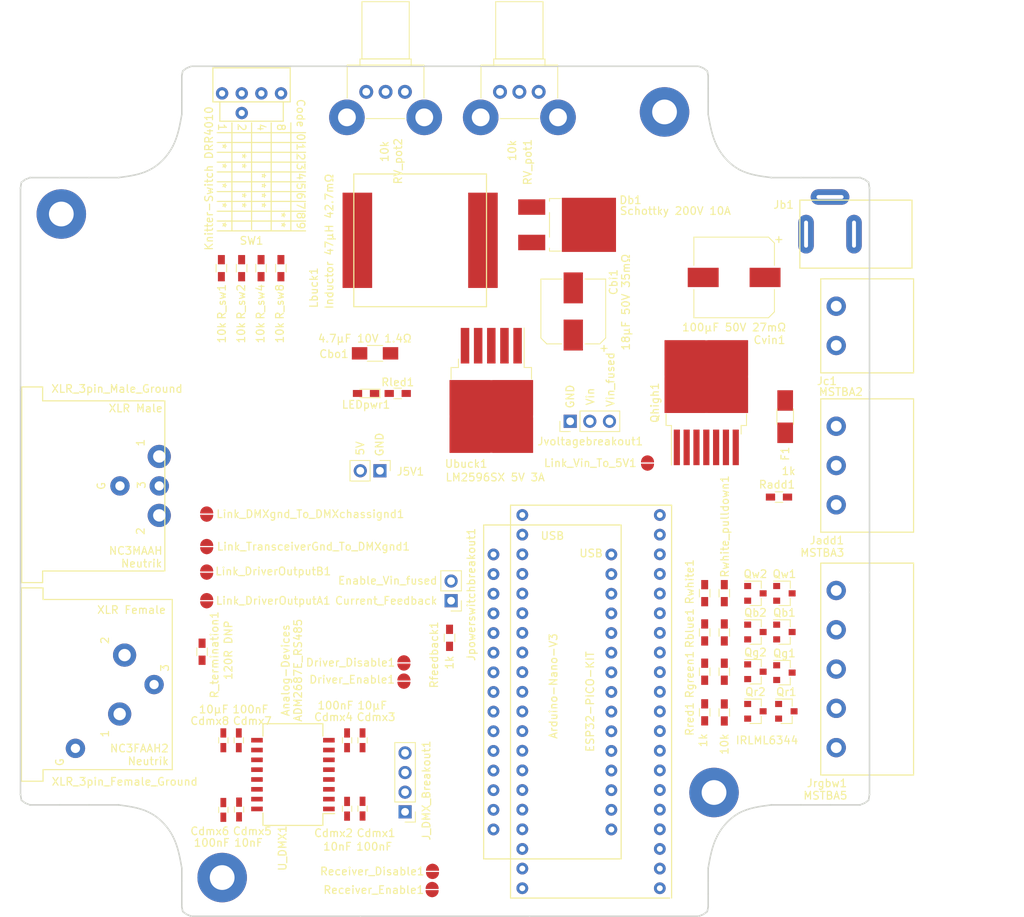
<source format=kicad_pcb>
(kicad_pcb (version 20171130) (host pcbnew "(5.1.5)-2")
  (layers (0 F.Cu signal) (1 In1.Cu power) (2 In2.Cu power) (31 B.Cu signal) (34 B.Paste user) (35 F.Paste user) (36 B.SilkS user) (37 F.SilkS user) (38 B.Mask user) (39 F.Mask user) (44 Edge.Cuts user))
  (net 0 "")
  (net 1 GND)
  (net 2 /Vin)
  (net 3 +5V)
  (net 4 +3V3)
  (net 5 /DMX512/GND2)
  (net 6 "Net-(Cdmx5-Pad2)")
  (net 7 "Net-(Db1-Pad1)")
  (net 8 /DMX_Enable_Send)
  (net 9 /DMX_Send)
  (net 10 /DMX_Enable_Receive)
  (net 11 /DMX_Receive)
  (net 12 "Net-(Jadd1-Pad2)")
  (net 13 "Net-(Jb1-Pad3)")
  (net 14 "Net-(Jrgbw1-Pad4)")
  (net 15 "Net-(Jrgbw1-Pad2)")
  (net 16 "Net-(Jrgbw1-Pad3)")
  (net 17 /DMX512/DMXchassignd)
  (net 18 /DMX512/DMXgnd)
  (net 19 /DMX512/DMXTransmitterZ)
  (net 20 /DMX512/DMX-)
  (net 21 /DMX512/DMX+)
  (net 22 /DMX512/DMXTransmitterY)
  (net 23 "Net-(MCU_esp1-PadJ3_1)")
  (net 24 "Net-(MCU_esp1-PadJ3_2)")
  (net 25 "Net-(MCU_esp1-PadJ3_3)")
  (net 26 /Addressable)
  (net 27 "Net-(MCU_esp1-PadJ3_4)")
  (net 28 /Gate_red)
  (net 29 "Net-(MCU_esp1-PadJ3_5)")
  (net 30 /Gate_green)
  (net 31 /Gate_white)
  (net 32 "Net-(MCU_esp1-PadJ3_9)")
  (net 33 /Gate_blue)
  (net 34 "Net-(MCU_esp1-PadJ3_8)")
  (net 35 /SwCode4)
  (net 36 "Net-(MCU_esp1-PadJ3_17)")
  (net 37 /SwCode2)
  (net 38 /SwCode8)
  (net 39 /SwCode1)
  (net 40 "Net-(MCU_esp1-PadJ2_9)")
  (net 41 "Net-(MCU_esp1-PadJ2_12)")
  (net 42 "Net-(MCU_esp1-PadJ2_3)")
  (net 43 "Net-(MCU_esp1-PadJ2_2)")
  (net 44 "Net-(MCU_esp1-PadJ2_1)")
  (net 45 "Net-(MCU_esp1-PadJ2_10)")
  (net 46 "Net-(MCU_esp1-PadJ2_8)")
  (net 47 "Net-(MCU_esp1-PadJ2_13)")
  (net 48 "Net-(MCU_esp1-PadJ2_18)")
  (net 49 /POT_2)
  (net 50 "Net-(MCU_esp1-PadJ2_11)")
  (net 51 /POT_1)
  (net 52 "Net-(MCU_nano1-Pad3)")
  (net 53 "Net-(MCU_nano1-Pad5)")
  (net 54 "Net-(MCU_nano1-Pad7)")
  (net 55 "Net-(MCU_nano1-Pad18)")
  (net 56 "Net-(MCU_nano1-Pad22)")
  (net 57 "Net-(MCU_nano1-Pad23)")
  (net 58 "Net-(MCU_nano1-Pad24)")
  (net 59 "Net-(MCU_nano1-Pad25)")
  (net 60 "Net-(MCU_nano1-Pad26)")
  (net 61 "Net-(MCU_nano1-Pad28)")
  (net 62 "Net-(MCU_nano1-Pad30)")
  (net 63 "Net-(Qb1-Pad1)")
  (net 64 "Net-(Qg1-Pad1)")
  (net 65 "Net-(Qr1-Pad1)")
  (net 66 "Net-(Qw1-Pad1)")
  (net 67 "Net-(Ubuck1-Pad5)")
  (net 68 /Vin_fused)
  (net 69 "Net-(LEDpwr1-Pad1)")
  (net 70 "Net-(Jrgbw1-Pad1)")
  (net 71 /Current_Feedback)
  (net 72 /Enable_Vin_fused)
  (module ConnTest:JUMPER-SOLDER-SMD (layer F.Cu) (at 170.4 85.8 180)
    (fp_text reference Link_Vin_To_5V1 (at 7.4 0) (layer F.SilkS))
    (fp_text value "Link Vin to 5V" hide)
    (fp_arc (start 0 0.1524) (end 0.762 0.1524) (angle 90) (layer F.Cu) (width 0.15))
    (fp_arc (start 0 0.1524) (end 0 0.9144) (angle 90) (layer F.Cu) (width 0.15))
    (fp_arc (start 0 -0.1524) (end -0.762 -0.1524) (angle 90) (layer F.Cu) (width 0.15))
    (fp_arc (start 0 -0.1524) (end 0 -0.9144) (angle 90) (layer F.Cu) (width 0.15))
    (fp_line (start -0.762 -0.1524) (end 0.762 -0.1524) (layer F.Cu) (width 0.15))
    (fp_line (start -0.762 0.1524) (end 0.762 0.1524) (layer F.Cu) (width 0.15))
    (fp_line (start 0.6096 0.4572) (end 0.6096 0.508) (layer F.Cu) (width 0.15))
    (fp_line (start -0.6604 0.4572) (end 0.6096 0.4572) (layer F.Cu) (width 0.15))
    (fp_line (start -0.6604 0.3556) (end -0.6604 0.4572) (layer F.Cu) (width 0.15))
    (fp_line (start 0.6604 0.3556) (end -0.6604 0.3556) (layer F.Cu) (width 0.15))
    (fp_line (start 0.6604 0.254) (end 0.6604 0.3556) (layer F.Cu) (width 0.15))
    (fp_line (start -0.7112 0.254) (end 0.6604 0.254) (layer F.Cu) (width 0.15))
    (fp_line (start 0.3048 0.8128) (end -0.254 0.8128) (layer F.Cu) (width 0.15))
    (fp_line (start 0.3048 0.762) (end 0.3048 0.8128) (layer F.Cu) (width 0.15))
    (fp_line (start -0.4064 0.762) (end 0.3048 0.762) (layer F.Cu) (width 0.15))
    (fp_line (start -0.4064 0.7112) (end -0.4064 0.762) (layer F.Cu) (width 0.15))
    (fp_line (start 0.4572 0.7112) (end -0.4064 0.7112) (layer F.Cu) (width 0.15))
    (fp_line (start 0.4572 0.6604) (end 0.4572 0.7112) (layer F.Cu) (width 0.15))
    (fp_line (start -0.508 0.6604) (end 0.4572 0.6604) (layer F.Cu) (width 0.15))
    (fp_line (start -0.508 0.5588) (end -0.508 0.6604) (layer F.Cu) (width 0.15))
    (fp_line (start 0.6096 0.5588) (end -0.508 0.5588) (layer F.Cu) (width 0.15))
    (fp_line (start 0.6096 0.4572) (end 0.6096 0.5588) (layer F.Cu) (width 0.15))
    (fp_line (start -0.3048 -0.8128) (end 0.254 -0.8128) (layer F.Cu) (width 0.15))
    (fp_line (start -0.3556 -0.762) (end -0.3048 -0.8128) (layer F.Cu) (width 0.15))
    (fp_line (start 0.3556 -0.762) (end -0.3556 -0.762) (layer F.Cu) (width 0.15))
    (fp_line (start 0.4572 -0.6604) (end 0.3556 -0.762) (layer F.Cu) (width 0.15))
    (fp_line (start -0.508 -0.6604) (end 0.4572 -0.6604) (layer F.Cu) (width 0.15))
    (fp_line (start -0.5588 -0.5588) (end -0.508 -0.6604) (layer F.Cu) (width 0.15))
    (fp_line (start 0.6096 -0.5588) (end -0.5588 -0.5588) (layer F.Cu) (width 0.15))
    (fp_line (start 0.6096 -0.4572) (end 0.6096 -0.5588) (layer F.Cu) (width 0.15))
    (fp_line (start -0.6604 -0.4572) (end 0.6096 -0.4572) (layer F.Cu) (width 0.15))
    (fp_line (start -0.6604 -0.3556) (end -0.6604 -0.4572) (layer F.Cu) (width 0.15))
    (fp_line (start 0.6604 -0.3556) (end -0.6604 -0.3556) (layer F.Cu) (width 0.15))
    (fp_line (start 0.6604 -0.254) (end 0.6604 -0.3556) (layer F.Cu) (width 0.15))
    (fp_line (start -0.6604 -0.254) (end 0.6604 -0.254) (layer F.Cu) (width 0.15))
    (pad 1 smd trapezoid (at 0 0.5 90) (size 0.6 1) (rect_delta 0.1 0) (layers F.Cu F.Mask) (net 2 /Vin))
    (pad 2 smd trapezoid (at 0 -0.5 270) (size 0.6 1) (rect_delta 0.1 0) (layers F.Cu F.Mask) (net 3 +5V))
  )
  (module Pin_Headers:Pin_Header_Straight_1x02_Pitch2.54mm (layer F.Cu) (at 145 103.6 180)
    (fp_text reference Jpowerswitchbreakout1 (at -2.6 0.8 270) (layer F.SilkS))
    (fp_text value "Conn_02 DNP" hide)
    (fp_text user Current_Feedback (at 8.4 0 180) (layer F.SilkS))
    (fp_text user Enable_Vin_fused (at 8.2 2.6 180) (layer F.SilkS))
    (pad 2 thru_hole oval (at 0 2.54 180) (size 1.7 1.7) (drill 1) (layers *.Cu *.Mask) (net 72 /Enable_Vin_fused))
    (pad 1 thru_hole rect (at 0 0 180) (size 1.7 1.7) (drill 1) (layers *.Cu *.Mask) (net 71 /Current_Feedback))
  )
  (module Resistors_SMD:R_0603_HandSoldering (layer F.Cu) (at 138.1 76.8)
    (fp_text reference Rled1 (at 0 -1.45) (layer F.SilkS))
    (fp_text value 300R)
    (pad 1 smd rect (at -1.1 0) (size 1.2 0.9) (layers F.Cu F.Paste F.Mask) (net 69 "Net-(LEDpwr1-Pad1)"))
    (pad 2 smd rect (at 1.1 0) (size 1.2 0.9) (layers F.Cu F.Paste F.Mask) (net 1 GND))
  )
  (module Resistors_SMD:R_0603_HandSoldering (layer F.Cu) (at 144.8 108.4 270)
    (fp_text reference Rfeedback1 (at 2.2 2 90) (layer F.SilkS))
    (fp_text value 1k (at 3.2 0 90) (layer F.SilkS))
    (pad 1 smd rect (at -1.1 0 270) (size 1.2 0.9) (layers F.Cu F.Paste F.Mask) (net 71 /Current_Feedback))
    (pad 2 smd rect (at 1.1 0 270) (size 1.2 0.9) (layers F.Cu F.Paste F.Mask) (net 1 GND))
  )
  (module TO_SOT_Packages_SMD:TO-263-7_TabPin4 (layer F.Cu) (at 178 78 90)
    (fp_text reference Qhigh1 (at 0 -6.65 90) (layer F.SilkS))
    (fp_text value BTS50055-1TMC)
    (pad 1 smd rect (at -5.775 -3.81 90) (size 4.6 0.8) (layers F.Cu F.Paste F.Mask) (net 68 /Vin_fused))
    (pad 2 smd rect (at -5.775 -2.54 90) (size 4.6 0.8) (layers F.Cu F.Paste F.Mask) (net 68 /Vin_fused))
    (pad 3 smd rect (at -5.775 -1.27 90) (size 4.6 0.8) (layers F.Cu F.Paste F.Mask) (net 72 /Enable_Vin_fused))
    (pad 4 smd rect (at -5.775 0 90) (size 4.6 0.8) (layers F.Cu F.Paste F.Mask) (net 2 /Vin))
    (pad 5 smd rect (at -5.775 1.27 90) (size 4.6 0.8) (layers F.Cu F.Paste F.Mask) (net 71 /Current_Feedback))
    (pad 6 smd rect (at -5.775 2.54 90) (size 4.6 0.8) (layers F.Cu F.Paste F.Mask) (net 68 /Vin_fused))
    (pad 7 smd rect (at -5.775 3.81 90) (size 4.6 0.8) (layers F.Cu F.Paste F.Mask) (net 68 /Vin_fused))
    (pad 4 smd rect (at 3.375 0 90) (size 9.4 10.8) (layers F.Cu F.Mask) (net 2 /Vin))
    (pad 4 smd rect (at 5.8 2.775 90) (size 4.55 5.25) (layers F.Cu F.Paste) (net 2 /Vin))
    (pad 4 smd rect (at 0.95 -2.775 90) (size 4.55 5.25) (layers F.Cu F.Paste) (net 2 /Vin))
    (pad 4 smd rect (at 5.8 -2.775 90) (size 4.55 5.25) (layers F.Cu F.Paste) (net 2 /Vin))
    (pad 4 smd rect (at 0.95 2.775 90) (size 4.55 5.25) (layers F.Cu F.Paste) (net 2 /Vin))
  )
  (module LEDs:LED_0603_HandSoldering (layer F.Cu) (at 134 76.8 180)
    (fp_text reference LEDpwr1 (at 0 -1.45) (layer F.SilkS))
    (fp_text value "LED Red")
    (pad 1 smd rect (at -1.1 0 180) (size 1.2 0.9) (layers F.Cu F.Paste F.Mask) (net 69 "Net-(LEDpwr1-Pad1)"))
    (pad 2 smd rect (at 1.1 0 180) (size 1.2 0.9) (layers F.Cu F.Paste F.Mask) (net 3 +5V))
  )
  (module Fuse_Holders_and_Fuses:Fuse_SMD1206_HandSoldering (layer F.Cu) (at 188.2 79.8 90)
    (fp_text reference F1 (at -4.8 0 90) (layer F.SilkS))
    (fp_text value "Fuse DNP")
    (pad 1 smd rect (at -2.09 0 180) (size 2.03 2.65) (layers F.Cu F.Paste F.Mask) (net 68 /Vin_fused))
    (pad 2 smd rect (at 2.09 0 180) (size 2.03 2.65) (layers F.Cu F.Paste F.Mask) (net 2 /Vin))
  )
  (module Mounting_Holes:MountingHole_3.2mm_M3_Pad (layer F.Cu) (at 179 128.4)
    (fp_text reference H4 hide)
    (fp_text value MountingHole hide)
    (pad 1 thru_hole circle (at 0 0) (size 6.4 6.4) (drill 3.2) (layers *.Cu *.Mask))
  )
  (module Mounting_Holes:MountingHole_3.2mm_M3_Pad (layer F.Cu) (at 172.6 40.4)
    (fp_text reference H3 hide)
    (fp_text value MountingHole hide)
    (pad 1 thru_hole circle (at 0 0) (size 6.4 6.4) (drill 3.2) (layers *.Cu *.Mask))
  )
  (module Mounting_Holes:MountingHole_3.2mm_M3_Pad (layer F.Cu) (at 115.4 139.4)
    (fp_text reference H2 hide)
    (fp_text value MountingHole hide)
    (pad 1 thru_hole circle (at 0 0) (size 6.4 6.4) (drill 3.2) (layers *.Cu *.Mask))
  )
  (module Mounting_Holes:MountingHole_3.2mm_M3_Pad (layer F.Cu) (at 94.6 53.6)
    (fp_text reference H1 hide)
    (fp_text value MountingHole hide)
    (pad 1 thru_hole circle (at 0 0) (size 6.4 6.4) (drill 3.2) (layers *.Cu *.Mask))
  )
  (module Capacitors_SMD:C_0603_HandSoldering (layer F.Cu) (at 115.55 121.65 90)
    (fp_text reference Cdmx8 (at 2.5 -1.75 180) (layer F.SilkS))
    (fp_text value 10µF (at 4 -1.25 180) (layer F.SilkS))
    (pad 1 smd rect (at -0.95 0 90) (size 1.2 0.75) (layers F.Cu F.Paste F.Mask) (net 6 "Net-(Cdmx5-Pad2)"))
    (pad 2 smd rect (at 0.95 0 90) (size 1.2 0.75) (layers F.Cu F.Paste F.Mask) (net 5 /DMX512/GND2))
  )
  (module Capacitors_SMD:C_0603_HandSoldering (layer F.Cu) (at 117.55 121.65 90)
    (fp_text reference Cdmx7 (at 2.5 1.75 180) (layer F.SilkS))
    (fp_text value 100nF (at 4 1.5 180) (layer F.SilkS))
    (pad 1 smd rect (at -0.95 0 90) (size 1.2 0.75) (layers F.Cu F.Paste F.Mask) (net 6 "Net-(Cdmx5-Pad2)"))
    (pad 2 smd rect (at 0.95 0 90) (size 1.2 0.75) (layers F.Cu F.Paste F.Mask) (net 5 /DMX512/GND2))
  )
  (module Capacitors_SMD:C_0603_HandSoldering (layer F.Cu) (at 115.55 130.65 90)
    (fp_text reference Cdmx6 (at -2.75 -1.75 180) (layer F.SilkS))
    (fp_text value 100nF (at -4.25 -1.5 180) (layer F.SilkS))
    (pad 1 smd rect (at -0.95 0 90) (size 1.2 0.75) (layers F.Cu F.Paste F.Mask) (net 5 /DMX512/GND2))
    (pad 2 smd rect (at 0.95 0 90) (size 1.2 0.75) (layers F.Cu F.Paste F.Mask) (net 6 "Net-(Cdmx5-Pad2)"))
  )
  (module Capacitors_SMD:C_0603_HandSoldering (layer F.Cu) (at 117.582 130.6 90)
    (fp_text reference Cdmx5 (at -2.8 1.718 180) (layer F.SilkS))
    (fp_text value 10nF (at -4.3 1.218 180) (layer F.SilkS))
    (pad 1 smd rect (at -0.95 0 90) (size 1.2 0.75) (layers F.Cu F.Paste F.Mask) (net 5 /DMX512/GND2))
    (pad 2 smd rect (at 0.95 0 90) (size 1.2 0.75) (layers F.Cu F.Paste F.Mask) (net 6 "Net-(Cdmx5-Pad2)"))
  )
  (module Capacitors_SMD:C_0603_HandSoldering (layer F.Cu) (at 131.55 121.65 90)
    (fp_text reference Cdmx4 (at 3 -1.75 180) (layer F.SilkS))
    (fp_text value 100nF (at 4.5 -1.5 180) (layer F.SilkS))
    (pad 1 smd rect (at -0.95 0 90) (size 1.2 0.75) (layers F.Cu F.Paste F.Mask) (net 4 +3V3))
    (pad 2 smd rect (at 0.95 0 90) (size 1.2 0.75) (layers F.Cu F.Paste F.Mask) (net 1 GND))
  )
  (module Capacitors_SMD:C_0603_HandSoldering (layer F.Cu) (at 133.55 121.65 90)
    (fp_text reference Cdmx3 (at 3 1.75 180) (layer F.SilkS))
    (fp_text value 10µF (at 4.5 1.25 180) (layer F.SilkS))
    (pad 1 smd rect (at -0.95 0 90) (size 1.2 0.75) (layers F.Cu F.Paste F.Mask) (net 4 +3V3))
    (pad 2 smd rect (at 0.95 0 90) (size 1.2 0.75) (layers F.Cu F.Paste F.Mask) (net 1 GND))
  )
  (module Capacitors_SMD:C_0603_HandSoldering (layer F.Cu) (at 131.55 130.50456 90)
    (fp_text reference Cdmx2 (at -3.14544 -1.75 180) (layer F.SilkS))
    (fp_text value 10nF (at -4.89544 -1.25 180) (layer F.SilkS))
    (pad 1 smd rect (at -0.95 0 90) (size 1.2 0.75) (layers F.Cu F.Paste F.Mask) (net 1 GND))
    (pad 2 smd rect (at 0.95 0 90) (size 1.2 0.75) (layers F.Cu F.Paste F.Mask) (net 4 +3V3))
  )
  (module Capacitors_SMD:C_0603_HandSoldering (layer F.Cu) (at 133.55 130.48936 90)
    (fp_text reference Cdmx1 (at -3.16064 1.75 180) (layer F.SilkS))
    (fp_text value 100nF (at -4.91064 1.5 180) (layer F.SilkS))
    (pad 1 smd rect (at -0.95 0 90) (size 1.2 0.75) (layers F.Cu F.Paste F.Mask) (net 1 GND))
    (pad 2 smd rect (at 0.95 0 90) (size 1.2 0.75) (layers F.Cu F.Paste F.Mask) (net 4 +3V3))
  )
  (module Capacitors_SMD:CP_Elec_8x10 (layer F.Cu) (at 160.8 66.2 90)
    (fp_text reference Cbi1 (at 3.8 5.2 270) (layer F.SilkS))
    (fp_text value "18µF 50V 35mΩ" (at 1.2 6.8 270) (layer F.SilkS))
    (fp_text user + (at -4.78 3.9 90) (layer F.SilkS))
    (pad 2 smd rect (at 3.05 0 270) (size 4 2.5) (layers F.Cu F.Paste F.Mask) (net 1 GND))
    (pad 1 smd rect (at -3.05 0 270) (size 4 2.5) (layers F.Cu F.Paste F.Mask) (net 2 /Vin))
  )
  (module Capacitors_SMD:C_1206_HandSoldering (layer F.Cu) (at 135.16656 71.61376)
    (fp_text reference Cbo1 (at -5.31656 0.08624) (layer F.SilkS))
    (fp_text value "4.7µF 10V 1.4Ω" (at -1.31656 -1.91376) (layer F.SilkS))
    (pad 1 smd rect (at -2 0) (size 2 1.6) (layers F.Cu F.Paste F.Mask) (net 3 +5V))
    (pad 2 smd rect (at 2 0) (size 2 1.6) (layers F.Cu F.Paste F.Mask) (net 1 GND))
  )
  (module Capacitors_SMD:CP_Elec_10x10.5 (layer F.Cu) (at 181.6 61.8 180)
    (fp_text reference Cvin1 (at -4.5684 -8.09628) (layer F.SilkS))
    (fp_text value "100µF 50V 27mΩ" (at 0 -6.46) (layer F.SilkS))
    (fp_text user + (at -5.78 4.97) (layer F.SilkS))
    (pad 2 smd rect (at 4 0) (size 4 2.5) (layers F.Cu F.Paste F.Mask) (net 1 GND))
    (pad 1 smd rect (at -4 0) (size 4 2.5) (layers F.Cu F.Paste F.Mask) (net 2 /Vin))
  )
  (module TO_SOT_Packages_SMD:TO-252-2_Rectifier (layer F.Cu) (at 160 55)
    (fp_text reference Db1 (at 8.2 -3.2) (layer F.SilkS))
    (fp_text value "Schottky 200V 10A" (at 14 -1.8 180) (layer F.SilkS))
    (pad 2 smd rect (at 2.825 0 270) (size 7 7) (layers F.Cu F.Paste F.Mask) (net 1 GND))
    (pad 3 smd rect (at -4.575 2.28 270) (size 2 3.5) (layers F.Cu F.Paste F.Mask))
    (pad 1 smd rect (at -4.575 -2.3 270) (size 2 3.5) (layers F.Cu F.Paste F.Mask) (net 7 "Net-(Db1-Pad1)"))
  )
  (module ConnTest:JUMPER-SOLDER-SMD (layer F.Cu) (at 138.9 111.6476)
    (fp_text reference Driver_Disable1 (at -6.9 -0.0476) (layer F.SilkS))
    (fp_text value DriverEnable hide)
    (fp_line (start -0.6604 -0.254) (end 0.6604 -0.254) (layer F.Cu) (width 0.15))
    (fp_line (start 0.6604 -0.254) (end 0.6604 -0.3556) (layer F.Cu) (width 0.15))
    (fp_line (start 0.6604 -0.3556) (end -0.6604 -0.3556) (layer F.Cu) (width 0.15))
    (fp_line (start -0.6604 -0.3556) (end -0.6604 -0.4572) (layer F.Cu) (width 0.15))
    (fp_line (start -0.6604 -0.4572) (end 0.6096 -0.4572) (layer F.Cu) (width 0.15))
    (fp_line (start 0.6096 -0.4572) (end 0.6096 -0.5588) (layer F.Cu) (width 0.15))
    (fp_line (start 0.6096 -0.5588) (end -0.5588 -0.5588) (layer F.Cu) (width 0.15))
    (fp_line (start -0.5588 -0.5588) (end -0.508 -0.6604) (layer F.Cu) (width 0.15))
    (fp_line (start -0.508 -0.6604) (end 0.4572 -0.6604) (layer F.Cu) (width 0.15))
    (fp_line (start 0.4572 -0.6604) (end 0.3556 -0.762) (layer F.Cu) (width 0.15))
    (fp_line (start 0.3556 -0.762) (end -0.3556 -0.762) (layer F.Cu) (width 0.15))
    (fp_line (start -0.3556 -0.762) (end -0.3048 -0.8128) (layer F.Cu) (width 0.15))
    (fp_line (start -0.3048 -0.8128) (end 0.254 -0.8128) (layer F.Cu) (width 0.15))
    (fp_line (start 0.6096 0.4572) (end 0.6096 0.5588) (layer F.Cu) (width 0.15))
    (fp_line (start 0.6096 0.5588) (end -0.508 0.5588) (layer F.Cu) (width 0.15))
    (fp_line (start -0.508 0.5588) (end -0.508 0.6604) (layer F.Cu) (width 0.15))
    (fp_line (start -0.508 0.6604) (end 0.4572 0.6604) (layer F.Cu) (width 0.15))
    (fp_line (start 0.4572 0.6604) (end 0.4572 0.7112) (layer F.Cu) (width 0.15))
    (fp_line (start 0.4572 0.7112) (end -0.4064 0.7112) (layer F.Cu) (width 0.15))
    (fp_line (start -0.4064 0.7112) (end -0.4064 0.762) (layer F.Cu) (width 0.15))
    (fp_line (start -0.4064 0.762) (end 0.3048 0.762) (layer F.Cu) (width 0.15))
    (fp_line (start 0.3048 0.762) (end 0.3048 0.8128) (layer F.Cu) (width 0.15))
    (fp_line (start 0.3048 0.8128) (end -0.254 0.8128) (layer F.Cu) (width 0.15))
    (fp_line (start -0.7112 0.254) (end 0.6604 0.254) (layer F.Cu) (width 0.15))
    (fp_line (start 0.6604 0.254) (end 0.6604 0.3556) (layer F.Cu) (width 0.15))
    (fp_line (start 0.6604 0.3556) (end -0.6604 0.3556) (layer F.Cu) (width 0.15))
    (fp_line (start -0.6604 0.3556) (end -0.6604 0.4572) (layer F.Cu) (width 0.15))
    (fp_line (start -0.6604 0.4572) (end 0.6096 0.4572) (layer F.Cu) (width 0.15))
    (fp_line (start 0.6096 0.4572) (end 0.6096 0.508) (layer F.Cu) (width 0.15))
    (fp_line (start -0.762 0.1524) (end 0.762 0.1524) (layer F.Cu) (width 0.15))
    (fp_line (start -0.762 -0.1524) (end 0.762 -0.1524) (layer F.Cu) (width 0.15))
    (fp_arc (start 0 -0.1524) (end 0 -0.9144) (angle 90) (layer F.Cu) (width 0.15))
    (fp_arc (start 0 -0.1524) (end -0.762 -0.1524) (angle 90) (layer F.Cu) (width 0.15))
    (fp_arc (start 0 0.1524) (end 0 0.9144) (angle 90) (layer F.Cu) (width 0.15))
    (fp_arc (start 0 0.1524) (end 0.762 0.1524) (angle 90) (layer F.Cu) (width 0.15))
    (pad 2 smd trapezoid (at 0 -0.5 90) (size 0.6 1) (rect_delta 0.1 0) (layers F.Cu F.Mask) (net 1 GND))
    (pad 1 smd trapezoid (at 0 0.5 270) (size 0.6 1) (rect_delta 0.1 0) (layers F.Cu F.Mask) (net 8 /DMX_Enable_Send))
  )
  (module ConnTest:JUMPER-SOLDER-SMD (layer F.Cu) (at 138.9 114 180)
    (fp_text reference Driver_Enable1 (at 6.7 0.2) (layer F.SilkS))
    (fp_text value DriverEnable hide)
    (fp_arc (start 0 0.1524) (end 0.762 0.1524) (angle 90) (layer F.Cu) (width 0.15))
    (fp_arc (start 0 0.1524) (end 0 0.9144) (angle 90) (layer F.Cu) (width 0.15))
    (fp_arc (start 0 -0.1524) (end -0.762 -0.1524) (angle 90) (layer F.Cu) (width 0.15))
    (fp_arc (start 0 -0.1524) (end 0 -0.9144) (angle 90) (layer F.Cu) (width 0.15))
    (fp_line (start -0.762 -0.1524) (end 0.762 -0.1524) (layer F.Cu) (width 0.15))
    (fp_line (start -0.762 0.1524) (end 0.762 0.1524) (layer F.Cu) (width 0.15))
    (fp_line (start 0.6096 0.4572) (end 0.6096 0.508) (layer F.Cu) (width 0.15))
    (fp_line (start -0.6604 0.4572) (end 0.6096 0.4572) (layer F.Cu) (width 0.15))
    (fp_line (start -0.6604 0.3556) (end -0.6604 0.4572) (layer F.Cu) (width 0.15))
    (fp_line (start 0.6604 0.3556) (end -0.6604 0.3556) (layer F.Cu) (width 0.15))
    (fp_line (start 0.6604 0.254) (end 0.6604 0.3556) (layer F.Cu) (width 0.15))
    (fp_line (start -0.7112 0.254) (end 0.6604 0.254) (layer F.Cu) (width 0.15))
    (fp_line (start 0.3048 0.8128) (end -0.254 0.8128) (layer F.Cu) (width 0.15))
    (fp_line (start 0.3048 0.762) (end 0.3048 0.8128) (layer F.Cu) (width 0.15))
    (fp_line (start -0.4064 0.762) (end 0.3048 0.762) (layer F.Cu) (width 0.15))
    (fp_line (start -0.4064 0.7112) (end -0.4064 0.762) (layer F.Cu) (width 0.15))
    (fp_line (start 0.4572 0.7112) (end -0.4064 0.7112) (layer F.Cu) (width 0.15))
    (fp_line (start 0.4572 0.6604) (end 0.4572 0.7112) (layer F.Cu) (width 0.15))
    (fp_line (start -0.508 0.6604) (end 0.4572 0.6604) (layer F.Cu) (width 0.15))
    (fp_line (start -0.508 0.5588) (end -0.508 0.6604) (layer F.Cu) (width 0.15))
    (fp_line (start 0.6096 0.5588) (end -0.508 0.5588) (layer F.Cu) (width 0.15))
    (fp_line (start 0.6096 0.4572) (end 0.6096 0.5588) (layer F.Cu) (width 0.15))
    (fp_line (start -0.3048 -0.8128) (end 0.254 -0.8128) (layer F.Cu) (width 0.15))
    (fp_line (start -0.3556 -0.762) (end -0.3048 -0.8128) (layer F.Cu) (width 0.15))
    (fp_line (start 0.3556 -0.762) (end -0.3556 -0.762) (layer F.Cu) (width 0.15))
    (fp_line (start 0.4572 -0.6604) (end 0.3556 -0.762) (layer F.Cu) (width 0.15))
    (fp_line (start -0.508 -0.6604) (end 0.4572 -0.6604) (layer F.Cu) (width 0.15))
    (fp_line (start -0.5588 -0.5588) (end -0.508 -0.6604) (layer F.Cu) (width 0.15))
    (fp_line (start 0.6096 -0.5588) (end -0.5588 -0.5588) (layer F.Cu) (width 0.15))
    (fp_line (start 0.6096 -0.4572) (end 0.6096 -0.5588) (layer F.Cu) (width 0.15))
    (fp_line (start -0.6604 -0.4572) (end 0.6096 -0.4572) (layer F.Cu) (width 0.15))
    (fp_line (start -0.6604 -0.3556) (end -0.6604 -0.4572) (layer F.Cu) (width 0.15))
    (fp_line (start 0.6604 -0.3556) (end -0.6604 -0.3556) (layer F.Cu) (width 0.15))
    (fp_line (start 0.6604 -0.254) (end 0.6604 -0.3556) (layer F.Cu) (width 0.15))
    (fp_line (start -0.6604 -0.254) (end 0.6604 -0.254) (layer F.Cu) (width 0.15))
    (pad 1 smd trapezoid (at 0 0.5 90) (size 0.6 1) (rect_delta 0.1 0) (layers F.Cu F.Mask) (net 8 /DMX_Enable_Send))
    (pad 2 smd trapezoid (at 0 -0.5 270) (size 0.6 1) (rect_delta 0.1 0) (layers F.Cu F.Mask) (net 4 +3V3))
  )
  (module Pin_Headers:Pin_Header_Straight_1x02_Pitch2.54mm (layer F.Cu) (at 135.8 86.8 270)
    (fp_text reference J5V1 (at 0.10622 -3.9475 180) (layer F.SilkS))
    (fp_text value "Conn_02 DNP" hide)
    (fp_text user 5V (at -2.89378 2.5525 90) (layer F.SilkS))
    (fp_text user GND (at -3.39378 0.0525 90) (layer F.SilkS))
    (pad 2 thru_hole oval (at 0 2.54 270) (size 1.7 1.7) (drill 1) (layers *.Cu *.Mask) (net 3 +5V))
    (pad 1 thru_hole rect (at 0 0 270) (size 1.7 1.7) (drill 1) (layers *.Cu *.Mask) (net 1 GND))
  )
  (module Pin_Headers:Pin_Header_Straight_1x04_Pitch2.54mm (layer F.Cu) (at 139.05 130.9 180)
    (fp_text reference J_DMX_Breakout1 (at -2.75 2.75 90) (layer F.SilkS))
    (fp_text value Conn_04 hide)
    (pad 4 thru_hole oval (at 0 7.62 180) (size 1.7 1.7) (drill 1) (layers *.Cu *.Mask) (net 9 /DMX_Send))
    (pad 3 thru_hole oval (at 0 5.08 180) (size 1.7 1.7) (drill 1) (layers *.Cu *.Mask) (net 8 /DMX_Enable_Send))
    (pad 2 thru_hole oval (at 0 2.54 180) (size 1.7 1.7) (drill 1) (layers *.Cu *.Mask) (net 10 /DMX_Enable_Receive))
    (pad 1 thru_hole rect (at 0 0 180) (size 1.7 1.7) (drill 1) (layers *.Cu *.Mask) (net 11 /DMX_Receive))
  )
  (module PhoenixContact:PhoenixContact-MSTBA_2,5_4-G-5,08_3pole (layer F.Cu) (at 194.8 91.2 90)
    (fp_text reference Jadd1 (at -4.6 -1.2 180) (layer F.SilkS))
    (fp_text value MSTBA3 (at -6.2 -1.8 180) (layer F.SilkS))
    (pad 3 thru_hole circle (at 10.16 0 90) (size 2.5 2.5) (drill 1.4) (layers *.Cu *.Mask) (net 68 /Vin_fused))
    (pad 1 thru_hole circle (at 0 0 90) (size 2.5 2.5) (drill 1.4) (layers *.Cu *.Mask) (net 1 GND))
    (pad 2 thru_hole circle (at 5.08 0 90) (size 2.5 2.5) (drill 1.4) (layers *.Cu *.Mask) (net 12 "Net-(Jadd1-Pad2)"))
  )
  (module LightBoxNanoFootprints:BarrelJack_SPC21364 (layer F.Cu) (at 194 56.2 180)
    (fp_text reference Jb1 (at 6 3.8 180) (layer F.SilkS))
    (fp_text value "Barrel Jack Switch 5A 2mm")
    (pad 1 thru_hole oval (at 3.1 0 180) (size 2 5) (drill oval 0.5 3.5) (layers *.Cu *.Mask) (net 2 /Vin))
    (pad 3 thru_hole oval (at -3.1 0 180) (size 2 5) (drill oval 0.5 3.5) (layers *.Cu *.Mask) (net 13 "Net-(Jb1-Pad3)"))
    (pad 2 thru_hole oval (at 0 4.8 180) (size 5 2) (drill oval 3.5 0.5) (layers *.Cu *.Mask) (net 1 GND))
  )
  (module PhoenixContact:PhoenixContact-MSTBA_2,5_4-G-5,08_2pole (layer F.Cu) (at 194.8 70.6 90)
    (fp_text reference Jc1 (at -4.6 -1.2 180) (layer F.SilkS))
    (fp_text value MSTBA2 (at -6 0.6 180) (layer F.SilkS))
    (pad 1 thru_hole circle (at 0 0 90) (size 2.5 2.5) (drill 1.4) (layers *.Cu *.Mask) (net 2 /Vin))
    (pad 2 thru_hole circle (at 5.08 0 90) (size 2.5 2.5) (drill 1.4) (layers *.Cu *.Mask) (net 1 GND))
  )
  (module PhoenixContact:PhoenixContact-MSTBA_2,5_4-G-5,08_5pole (layer F.Cu) (at 194.8 122.6 90)
    (fp_text reference Jrgbw1 (at -4.6 -1.2 180) (layer F.SilkS))
    (fp_text value MSTBA5 (at -6.2 -1.4 180) (layer F.SilkS))
    (pad 4 thru_hole circle (at 15.24 0 90) (size 2.5 2.5) (drill 1.4) (layers *.Cu *.Mask) (net 14 "Net-(Jrgbw1-Pad4)"))
    (pad 2 thru_hole circle (at 5.08 0 90) (size 2.5 2.5) (drill 1.4) (layers *.Cu *.Mask) (net 15 "Net-(Jrgbw1-Pad2)"))
    (pad 1 thru_hole circle (at 0 0 90) (size 2.5 2.5) (drill 1.4) (layers *.Cu *.Mask) (net 70 "Net-(Jrgbw1-Pad1)"))
    (pad 3 thru_hole circle (at 10.16 0 90) (size 2.5 2.5) (drill 1.4) (layers *.Cu *.Mask) (net 16 "Net-(Jrgbw1-Pad3)"))
    (pad 5 thru_hole circle (at 20.32 0 90) (size 2.5 2.5) (drill 1.4) (layers *.Cu *.Mask) (net 68 /Vin_fused))
  )
  (module Pin_Headers:Pin_Header_Straight_1x03_Pitch2.54mm (layer F.Cu) (at 160.4 80.4 90)
    (fp_text reference Jvoltagebreakout1 (at -2.6 2.6) (layer F.SilkS))
    (fp_text value "Conn_03 DNP" hide)
    (fp_text user Vin (at 3.2 2.6 270) (layer F.SilkS))
    (fp_text user Vin_fused (at 5.4 5.2 270) (layer F.SilkS))
    (fp_text user GND (at 3.2 0 90) (layer F.SilkS))
    (pad 3 thru_hole oval (at 0 5.08 90) (size 1.7 1.7) (drill 1) (layers *.Cu *.Mask) (net 68 /Vin_fused))
    (pad 2 thru_hole oval (at 0 2.54 90) (size 1.7 1.7) (drill 1) (layers *.Cu *.Mask) (net 2 /Vin))
    (pad 1 thru_hole rect (at 0 0 90) (size 1.7 1.7) (drill 1) (layers *.Cu *.Mask) (net 1 GND))
  )
  (module LightBoxNanoFootprints:Inductor_IHLP6767GZER470M11 (layer F.Cu) (at 141 57 180)
    (fp_text reference Lbuck1 (at 13.75 -6.13022 90) (layer F.SilkS))
    (fp_text value "Inductor 47µH 42.7mΩ" (at 11.75 -0.13022 90) (layer F.SilkS))
    (pad 1 smd rect (at -8.12 0 180) (size 3.825 12.32) (layers F.Cu F.Paste F.Mask) (net 7 "Net-(Db1-Pad1)"))
    (pad 2 smd rect (at 8.12 0 180) (size 3.825 12.32) (layers F.Cu F.Paste F.Mask) (net 3 +5V))
  )
  (module ConnTest:JUMPER-SOLDER-SMD (layer F.Cu) (at 113.4 92.4 180)
    (fp_text reference Link_DMXgnd_To_DMXchassignd1 (at -13.4 0) (layer F.SilkS))
    (fp_text value LinkDmxGndToChassiGnd hide)
    (fp_line (start -0.6604 -0.254) (end 0.6604 -0.254) (layer F.Cu) (width 0.15))
    (fp_line (start 0.6604 -0.254) (end 0.6604 -0.3556) (layer F.Cu) (width 0.15))
    (fp_line (start 0.6604 -0.3556) (end -0.6604 -0.3556) (layer F.Cu) (width 0.15))
    (fp_line (start -0.6604 -0.3556) (end -0.6604 -0.4572) (layer F.Cu) (width 0.15))
    (fp_line (start -0.6604 -0.4572) (end 0.6096 -0.4572) (layer F.Cu) (width 0.15))
    (fp_line (start 0.6096 -0.4572) (end 0.6096 -0.5588) (layer F.Cu) (width 0.15))
    (fp_line (start 0.6096 -0.5588) (end -0.5588 -0.5588) (layer F.Cu) (width 0.15))
    (fp_line (start -0.5588 -0.5588) (end -0.508 -0.6604) (layer F.Cu) (width 0.15))
    (fp_line (start -0.508 -0.6604) (end 0.4572 -0.6604) (layer F.Cu) (width 0.15))
    (fp_line (start 0.4572 -0.6604) (end 0.3556 -0.762) (layer F.Cu) (width 0.15))
    (fp_line (start 0.3556 -0.762) (end -0.3556 -0.762) (layer F.Cu) (width 0.15))
    (fp_line (start -0.3556 -0.762) (end -0.3048 -0.8128) (layer F.Cu) (width 0.15))
    (fp_line (start -0.3048 -0.8128) (end 0.254 -0.8128) (layer F.Cu) (width 0.15))
    (fp_line (start 0.6096 0.4572) (end 0.6096 0.5588) (layer F.Cu) (width 0.15))
    (fp_line (start 0.6096 0.5588) (end -0.508 0.5588) (layer F.Cu) (width 0.15))
    (fp_line (start -0.508 0.5588) (end -0.508 0.6604) (layer F.Cu) (width 0.15))
    (fp_line (start -0.508 0.6604) (end 0.4572 0.6604) (layer F.Cu) (width 0.15))
    (fp_line (start 0.4572 0.6604) (end 0.4572 0.7112) (layer F.Cu) (width 0.15))
    (fp_line (start 0.4572 0.7112) (end -0.4064 0.7112) (layer F.Cu) (width 0.15))
    (fp_line (start -0.4064 0.7112) (end -0.4064 0.762) (layer F.Cu) (width 0.15))
    (fp_line (start -0.4064 0.762) (end 0.3048 0.762) (layer F.Cu) (width 0.15))
    (fp_line (start 0.3048 0.762) (end 0.3048 0.8128) (layer F.Cu) (width 0.15))
    (fp_line (start 0.3048 0.8128) (end -0.254 0.8128) (layer F.Cu) (width 0.15))
    (fp_line (start -0.7112 0.254) (end 0.6604 0.254) (layer F.Cu) (width 0.15))
    (fp_line (start 0.6604 0.254) (end 0.6604 0.3556) (layer F.Cu) (width 0.15))
    (fp_line (start 0.6604 0.3556) (end -0.6604 0.3556) (layer F.Cu) (width 0.15))
    (fp_line (start -0.6604 0.3556) (end -0.6604 0.4572) (layer F.Cu) (width 0.15))
    (fp_line (start -0.6604 0.4572) (end 0.6096 0.4572) (layer F.Cu) (width 0.15))
    (fp_line (start 0.6096 0.4572) (end 0.6096 0.508) (layer F.Cu) (width 0.15))
    (fp_line (start -0.762 0.1524) (end 0.762 0.1524) (layer F.Cu) (width 0.15))
    (fp_line (start -0.762 -0.1524) (end 0.762 -0.1524) (layer F.Cu) (width 0.15))
    (fp_arc (start 0 -0.1524) (end 0 -0.9144) (angle 90) (layer F.Cu) (width 0.15))
    (fp_arc (start 0 -0.1524) (end -0.762 -0.1524) (angle 90) (layer F.Cu) (width 0.15))
    (fp_arc (start 0 0.1524) (end 0 0.9144) (angle 90) (layer F.Cu) (width 0.15))
    (fp_arc (start 0 0.1524) (end 0.762 0.1524) (angle 90) (layer F.Cu) (width 0.15))
    (pad 2 smd trapezoid (at 0 -0.5 270) (size 0.6 1) (rect_delta 0.1 0) (layers F.Cu F.Mask) (net 17 /DMX512/DMXchassignd))
    (pad 1 smd trapezoid (at 0 0.5 90) (size 0.6 1) (rect_delta 0.1 0) (layers F.Cu F.Mask) (net 18 /DMX512/DMXgnd))
  )
  (module ConnTest:JUMPER-SOLDER-SMD (layer F.Cu) (at 113.4 103.6)
    (fp_text reference Link_DriverOutputA1 (at 8.6 0) (layer F.SilkS))
    (fp_text value LinkDriverOutput hide)
    (fp_arc (start 0 0.1524) (end 0.762 0.1524) (angle 90) (layer F.Cu) (width 0.15))
    (fp_arc (start 0 0.1524) (end 0 0.9144) (angle 90) (layer F.Cu) (width 0.15))
    (fp_arc (start 0 -0.1524) (end -0.762 -0.1524) (angle 90) (layer F.Cu) (width 0.15))
    (fp_arc (start 0 -0.1524) (end 0 -0.9144) (angle 90) (layer F.Cu) (width 0.15))
    (fp_line (start -0.762 -0.1524) (end 0.762 -0.1524) (layer F.Cu) (width 0.15))
    (fp_line (start -0.762 0.1524) (end 0.762 0.1524) (layer F.Cu) (width 0.15))
    (fp_line (start 0.6096 0.4572) (end 0.6096 0.508) (layer F.Cu) (width 0.15))
    (fp_line (start -0.6604 0.4572) (end 0.6096 0.4572) (layer F.Cu) (width 0.15))
    (fp_line (start -0.6604 0.3556) (end -0.6604 0.4572) (layer F.Cu) (width 0.15))
    (fp_line (start 0.6604 0.3556) (end -0.6604 0.3556) (layer F.Cu) (width 0.15))
    (fp_line (start 0.6604 0.254) (end 0.6604 0.3556) (layer F.Cu) (width 0.15))
    (fp_line (start -0.7112 0.254) (end 0.6604 0.254) (layer F.Cu) (width 0.15))
    (fp_line (start 0.3048 0.8128) (end -0.254 0.8128) (layer F.Cu) (width 0.15))
    (fp_line (start 0.3048 0.762) (end 0.3048 0.8128) (layer F.Cu) (width 0.15))
    (fp_line (start -0.4064 0.762) (end 0.3048 0.762) (layer F.Cu) (width 0.15))
    (fp_line (start -0.4064 0.7112) (end -0.4064 0.762) (layer F.Cu) (width 0.15))
    (fp_line (start 0.4572 0.7112) (end -0.4064 0.7112) (layer F.Cu) (width 0.15))
    (fp_line (start 0.4572 0.6604) (end 0.4572 0.7112) (layer F.Cu) (width 0.15))
    (fp_line (start -0.508 0.6604) (end 0.4572 0.6604) (layer F.Cu) (width 0.15))
    (fp_line (start -0.508 0.5588) (end -0.508 0.6604) (layer F.Cu) (width 0.15))
    (fp_line (start 0.6096 0.5588) (end -0.508 0.5588) (layer F.Cu) (width 0.15))
    (fp_line (start 0.6096 0.4572) (end 0.6096 0.5588) (layer F.Cu) (width 0.15))
    (fp_line (start -0.3048 -0.8128) (end 0.254 -0.8128) (layer F.Cu) (width 0.15))
    (fp_line (start -0.3556 -0.762) (end -0.3048 -0.8128) (layer F.Cu) (width 0.15))
    (fp_line (start 0.3556 -0.762) (end -0.3556 -0.762) (layer F.Cu) (width 0.15))
    (fp_line (start 0.4572 -0.6604) (end 0.3556 -0.762) (layer F.Cu) (width 0.15))
    (fp_line (start -0.508 -0.6604) (end 0.4572 -0.6604) (layer F.Cu) (width 0.15))
    (fp_line (start -0.5588 -0.5588) (end -0.508 -0.6604) (layer F.Cu) (width 0.15))
    (fp_line (start 0.6096 -0.5588) (end -0.5588 -0.5588) (layer F.Cu) (width 0.15))
    (fp_line (start 0.6096 -0.4572) (end 0.6096 -0.5588) (layer F.Cu) (width 0.15))
    (fp_line (start -0.6604 -0.4572) (end 0.6096 -0.4572) (layer F.Cu) (width 0.15))
    (fp_line (start -0.6604 -0.3556) (end -0.6604 -0.4572) (layer F.Cu) (width 0.15))
    (fp_line (start 0.6604 -0.3556) (end -0.6604 -0.3556) (layer F.Cu) (width 0.15))
    (fp_line (start 0.6604 -0.254) (end 0.6604 -0.3556) (layer F.Cu) (width 0.15))
    (fp_line (start -0.6604 -0.254) (end 0.6604 -0.254) (layer F.Cu) (width 0.15))
    (pad 1 smd trapezoid (at 0 0.5 270) (size 0.6 1) (rect_delta 0.1 0) (layers F.Cu F.Mask) (net 19 /DMX512/DMXTransmitterZ))
    (pad 2 smd trapezoid (at 0 -0.5 90) (size 0.6 1) (rect_delta 0.1 0) (layers F.Cu F.Mask) (net 20 /DMX512/DMX-))
  )
  (module ConnTest:JUMPER-SOLDER-SMD (layer F.Cu) (at 113.4 99.9)
    (fp_text reference Link_DriverOutputB1 (at 8.6 -0.1) (layer F.SilkS))
    (fp_text value LinkDriverOutput hide)
    (fp_line (start -0.6604 -0.254) (end 0.6604 -0.254) (layer F.Cu) (width 0.15))
    (fp_line (start 0.6604 -0.254) (end 0.6604 -0.3556) (layer F.Cu) (width 0.15))
    (fp_line (start 0.6604 -0.3556) (end -0.6604 -0.3556) (layer F.Cu) (width 0.15))
    (fp_line (start -0.6604 -0.3556) (end -0.6604 -0.4572) (layer F.Cu) (width 0.15))
    (fp_line (start -0.6604 -0.4572) (end 0.6096 -0.4572) (layer F.Cu) (width 0.15))
    (fp_line (start 0.6096 -0.4572) (end 0.6096 -0.5588) (layer F.Cu) (width 0.15))
    (fp_line (start 0.6096 -0.5588) (end -0.5588 -0.5588) (layer F.Cu) (width 0.15))
    (fp_line (start -0.5588 -0.5588) (end -0.508 -0.6604) (layer F.Cu) (width 0.15))
    (fp_line (start -0.508 -0.6604) (end 0.4572 -0.6604) (layer F.Cu) (width 0.15))
    (fp_line (start 0.4572 -0.6604) (end 0.3556 -0.762) (layer F.Cu) (width 0.15))
    (fp_line (start 0.3556 -0.762) (end -0.3556 -0.762) (layer F.Cu) (width 0.15))
    (fp_line (start -0.3556 -0.762) (end -0.3048 -0.8128) (layer F.Cu) (width 0.15))
    (fp_line (start -0.3048 -0.8128) (end 0.254 -0.8128) (layer F.Cu) (width 0.15))
    (fp_line (start 0.6096 0.4572) (end 0.6096 0.5588) (layer F.Cu) (width 0.15))
    (fp_line (start 0.6096 0.5588) (end -0.508 0.5588) (layer F.Cu) (width 0.15))
    (fp_line (start -0.508 0.5588) (end -0.508 0.6604) (layer F.Cu) (width 0.15))
    (fp_line (start -0.508 0.6604) (end 0.4572 0.6604) (layer F.Cu) (width 0.15))
    (fp_line (start 0.4572 0.6604) (end 0.4572 0.7112) (layer F.Cu) (width 0.15))
    (fp_line (start 0.4572 0.7112) (end -0.4064 0.7112) (layer F.Cu) (width 0.15))
    (fp_line (start -0.4064 0.7112) (end -0.4064 0.762) (layer F.Cu) (width 0.15))
    (fp_line (start -0.4064 0.762) (end 0.3048 0.762) (layer F.Cu) (width 0.15))
    (fp_line (start 0.3048 0.762) (end 0.3048 0.8128) (layer F.Cu) (width 0.15))
    (fp_line (start 0.3048 0.8128) (end -0.254 0.8128) (layer F.Cu) (width 0.15))
    (fp_line (start -0.7112 0.254) (end 0.6604 0.254) (layer F.Cu) (width 0.15))
    (fp_line (start 0.6604 0.254) (end 0.6604 0.3556) (layer F.Cu) (width 0.15))
    (fp_line (start 0.6604 0.3556) (end -0.6604 0.3556) (layer F.Cu) (width 0.15))
    (fp_line (start -0.6604 0.3556) (end -0.6604 0.4572) (layer F.Cu) (width 0.15))
    (fp_line (start -0.6604 0.4572) (end 0.6096 0.4572) (layer F.Cu) (width 0.15))
    (fp_line (start 0.6096 0.4572) (end 0.6096 0.508) (layer F.Cu) (width 0.15))
    (fp_line (start -0.762 0.1524) (end 0.762 0.1524) (layer F.Cu) (width 0.15))
    (fp_line (start -0.762 -0.1524) (end 0.762 -0.1524) (layer F.Cu) (width 0.15))
    (fp_arc (start 0 -0.1524) (end 0 -0.9144) (angle 90) (layer F.Cu) (width 0.15))
    (fp_arc (start 0 -0.1524) (end -0.762 -0.1524) (angle 90) (layer F.Cu) (width 0.15))
    (fp_arc (start 0 0.1524) (end 0 0.9144) (angle 90) (layer F.Cu) (width 0.15))
    (fp_arc (start 0 0.1524) (end 0.762 0.1524) (angle 90) (layer F.Cu) (width 0.15))
    (pad 2 smd trapezoid (at 0 -0.5 90) (size 0.6 1) (rect_delta 0.1 0) (layers F.Cu F.Mask) (net 21 /DMX512/DMX+))
    (pad 1 smd trapezoid (at 0 0.5 270) (size 0.6 1) (rect_delta 0.1 0) (layers F.Cu F.Mask) (net 22 /DMX512/DMXTransmitterY))
  )
  (module ConnTest:JUMPER-SOLDER-SMD (layer F.Cu) (at 113.4 96.6)
    (fp_text reference Link_TransceiverGnd_To_DMXgnd1 (at 13.8 0) (layer F.SilkS))
    (fp_text value LinkTransceiverGndToDmxGnd hide)
    (fp_arc (start 0 0.1524) (end 0.762 0.1524) (angle 90) (layer F.Cu) (width 0.15))
    (fp_arc (start 0 0.1524) (end 0 0.9144) (angle 90) (layer F.Cu) (width 0.15))
    (fp_arc (start 0 -0.1524) (end -0.762 -0.1524) (angle 90) (layer F.Cu) (width 0.15))
    (fp_arc (start 0 -0.1524) (end 0 -0.9144) (angle 90) (layer F.Cu) (width 0.15))
    (fp_line (start -0.762 -0.1524) (end 0.762 -0.1524) (layer F.Cu) (width 0.15))
    (fp_line (start -0.762 0.1524) (end 0.762 0.1524) (layer F.Cu) (width 0.15))
    (fp_line (start 0.6096 0.4572) (end 0.6096 0.508) (layer F.Cu) (width 0.15))
    (fp_line (start -0.6604 0.4572) (end 0.6096 0.4572) (layer F.Cu) (width 0.15))
    (fp_line (start -0.6604 0.3556) (end -0.6604 0.4572) (layer F.Cu) (width 0.15))
    (fp_line (start 0.6604 0.3556) (end -0.6604 0.3556) (layer F.Cu) (width 0.15))
    (fp_line (start 0.6604 0.254) (end 0.6604 0.3556) (layer F.Cu) (width 0.15))
    (fp_line (start -0.7112 0.254) (end 0.6604 0.254) (layer F.Cu) (width 0.15))
    (fp_line (start 0.3048 0.8128) (end -0.254 0.8128) (layer F.Cu) (width 0.15))
    (fp_line (start 0.3048 0.762) (end 0.3048 0.8128) (layer F.Cu) (width 0.15))
    (fp_line (start -0.4064 0.762) (end 0.3048 0.762) (layer F.Cu) (width 0.15))
    (fp_line (start -0.4064 0.7112) (end -0.4064 0.762) (layer F.Cu) (width 0.15))
    (fp_line (start 0.4572 0.7112) (end -0.4064 0.7112) (layer F.Cu) (width 0.15))
    (fp_line (start 0.4572 0.6604) (end 0.4572 0.7112) (layer F.Cu) (width 0.15))
    (fp_line (start -0.508 0.6604) (end 0.4572 0.6604) (layer F.Cu) (width 0.15))
    (fp_line (start -0.508 0.5588) (end -0.508 0.6604) (layer F.Cu) (width 0.15))
    (fp_line (start 0.6096 0.5588) (end -0.508 0.5588) (layer F.Cu) (width 0.15))
    (fp_line (start 0.6096 0.4572) (end 0.6096 0.5588) (layer F.Cu) (width 0.15))
    (fp_line (start -0.3048 -0.8128) (end 0.254 -0.8128) (layer F.Cu) (width 0.15))
    (fp_line (start -0.3556 -0.762) (end -0.3048 -0.8128) (layer F.Cu) (width 0.15))
    (fp_line (start 0.3556 -0.762) (end -0.3556 -0.762) (layer F.Cu) (width 0.15))
    (fp_line (start 0.4572 -0.6604) (end 0.3556 -0.762) (layer F.Cu) (width 0.15))
    (fp_line (start -0.508 -0.6604) (end 0.4572 -0.6604) (layer F.Cu) (width 0.15))
    (fp_line (start -0.5588 -0.5588) (end -0.508 -0.6604) (layer F.Cu) (width 0.15))
    (fp_line (start 0.6096 -0.5588) (end -0.5588 -0.5588) (layer F.Cu) (width 0.15))
    (fp_line (start 0.6096 -0.4572) (end 0.6096 -0.5588) (layer F.Cu) (width 0.15))
    (fp_line (start -0.6604 -0.4572) (end 0.6096 -0.4572) (layer F.Cu) (width 0.15))
    (fp_line (start -0.6604 -0.3556) (end -0.6604 -0.4572) (layer F.Cu) (width 0.15))
    (fp_line (start 0.6604 -0.3556) (end -0.6604 -0.3556) (layer F.Cu) (width 0.15))
    (fp_line (start 0.6604 -0.254) (end 0.6604 -0.3556) (layer F.Cu) (width 0.15))
    (fp_line (start -0.6604 -0.254) (end 0.6604 -0.254) (layer F.Cu) (width 0.15))
    (pad 1 smd trapezoid (at 0 0.5 270) (size 0.6 1) (rect_delta 0.1 0) (layers F.Cu F.Mask) (net 5 /DMX512/GND2))
    (pad 2 smd trapezoid (at 0 -0.5 90) (size 0.6 1) (rect_delta 0.1 0) (layers F.Cu F.Mask) (net 18 /DMX512/DMXgnd))
  )
  (module ESP32:ESP32-PICO-KIT_Jumper (layer F.Cu) (at 163.1 116.65 180)
    (fp_text reference MCU_esp1 hide)
    (fp_text value ESP32-PICO-KIT (at 0.127 0 90) (layer F.SilkS))
    (fp_text user USB (at 0 19.177) (layer F.SilkS))
    (pad J3_1 thru_hole circle (at -8.89 -24.13 180) (size 1.524 1.524) (drill 0.762) (layers *.Cu *.Mask) (net 23 "Net-(MCU_esp1-PadJ3_1)"))
    (pad J3_2 thru_hole circle (at -8.89 -21.59 180) (size 1.524 1.524) (drill 0.762) (layers *.Cu *.Mask) (net 24 "Net-(MCU_esp1-PadJ3_2)"))
    (pad J3_3 thru_hole circle (at -8.89 -19.05 180) (size 1.524 1.524) (drill 0.762) (layers *.Cu *.Mask) (net 25 "Net-(MCU_esp1-PadJ3_3)"))
    (pad J3_6 thru_hole circle (at -8.89 -11.43 180) (size 1.524 1.524) (drill 0.762) (layers *.Cu *.Mask) (net 26 /Addressable))
    (pad J3_4 thru_hole circle (at -8.89 -16.51 180) (size 1.524 1.524) (drill 0.762) (layers *.Cu *.Mask) (net 27 "Net-(MCU_esp1-PadJ3_4)"))
    (pad J3_7 thru_hole circle (at -8.89 -8.89 180) (size 1.524 1.524) (drill 0.762) (layers *.Cu *.Mask) (net 28 /Gate_red))
    (pad J3_5 thru_hole circle (at -8.89 -13.97 180) (size 1.524 1.524) (drill 0.762) (layers *.Cu *.Mask) (net 29 "Net-(MCU_esp1-PadJ3_5)"))
    (pad J3_10 thru_hole circle (at -8.89 -1.27 180) (size 1.524 1.524) (drill 0.762) (layers *.Cu *.Mask) (net 30 /Gate_green))
    (pad J3_12 thru_hole circle (at -8.89 3.81 180) (size 1.524 1.524) (drill 0.762) (layers *.Cu *.Mask) (net 37 /SwCode2))
    (pad J3_9 thru_hole circle (at -8.89 -3.81 180) (size 1.524 1.524) (drill 0.762) (layers *.Cu *.Mask) (net 32 "Net-(MCU_esp1-PadJ3_9)"))
    (pad J3_11 thru_hole circle (at -8.89 1.27 180) (size 1.524 1.524) (drill 0.762) (layers *.Cu *.Mask) (net 39 /SwCode1))
    (pad J3_8 thru_hole circle (at -8.89 -6.35 180) (size 1.524 1.524) (drill 0.762) (layers *.Cu *.Mask) (net 34 "Net-(MCU_esp1-PadJ3_8)"))
    (pad J3_15 thru_hole circle (at -8.89 11.43 180) (size 1.524 1.524) (drill 0.762) (layers *.Cu *.Mask) (net 35 /SwCode4))
    (pad J3_17 thru_hole circle (at -8.89 16.51 180) (size 1.524 1.524) (drill 0.762) (layers *.Cu *.Mask) (net 36 "Net-(MCU_esp1-PadJ3_17)"))
    (pad J3_14 thru_hole circle (at -8.89 8.89 180) (size 1.524 1.524) (drill 0.762) (layers *.Cu *.Mask) (net 31 /Gate_white))
    (pad J3_16 thru_hole circle (at -8.89 13.97 180) (size 1.524 1.524) (drill 0.762) (layers *.Cu *.Mask) (net 38 /SwCode8))
    (pad J3_13 thru_hole circle (at -8.89 6.35 180) (size 1.524 1.524) (drill 0.762) (layers *.Cu *.Mask) (net 33 /Gate_blue))
    (pad J3_20 thru_hole circle (at -8.89 24.13 180) (size 1.524 1.524) (drill 0.762) (layers *.Cu *.Mask) (net 3 +5V))
    (pad J3_19 thru_hole circle (at -8.89 21.59 180) (size 1.524 1.524) (drill 0.762) (layers *.Cu *.Mask) (net 1 GND))
    (pad J3_18 thru_hole circle (at -8.89 19.05 180) (size 1.524 1.524) (drill 0.762) (layers *.Cu *.Mask) (net 4 +3V3))
    (pad J2_9 thru_hole circle (at 8.89 -3.81 180) (size 1.524 1.524) (drill 0.762) (layers *.Cu *.Mask) (net 40 "Net-(MCU_esp1-PadJ2_9)"))
    (pad J2_5 thru_hole circle (at 8.89 -13.97 180) (size 1.524 1.524) (drill 0.762) (layers *.Cu *.Mask) (net 11 /DMX_Receive))
    (pad J2_7 thru_hole circle (at 8.89 -8.89 180) (size 1.524 1.524) (drill 0.762) (layers *.Cu *.Mask) (net 8 /DMX_Enable_Send))
    (pad J2_4 thru_hole circle (at 8.89 -16.51 180) (size 1.524 1.524) (drill 0.762) (layers *.Cu *.Mask) (net 9 /DMX_Send))
    (pad J2_6 thru_hole circle (at 8.89 -11.43 180) (size 1.524 1.524) (drill 0.762) (layers *.Cu *.Mask) (net 10 /DMX_Enable_Receive))
    (pad J2_12 thru_hole circle (at 8.89 3.81 180) (size 1.524 1.524) (drill 0.762) (layers *.Cu *.Mask) (net 41 "Net-(MCU_esp1-PadJ2_12)"))
    (pad J2_3 thru_hole circle (at 8.89 -19.05 180) (size 1.524 1.524) (drill 0.762) (layers *.Cu *.Mask) (net 42 "Net-(MCU_esp1-PadJ2_3)"))
    (pad J2_2 thru_hole circle (at 8.89 -21.59 180) (size 1.524 1.524) (drill 0.762) (layers *.Cu *.Mask) (net 43 "Net-(MCU_esp1-PadJ2_2)"))
    (pad J2_1 thru_hole circle (at 8.89 -24.13 180) (size 1.524 1.524) (drill 0.762) (layers *.Cu *.Mask) (net 44 "Net-(MCU_esp1-PadJ2_1)"))
    (pad J2_10 thru_hole circle (at 8.89 -1.27 180) (size 1.524 1.524) (drill 0.762) (layers *.Cu *.Mask) (net 45 "Net-(MCU_esp1-PadJ2_10)"))
    (pad J2_8 thru_hole circle (at 8.89 -6.35 180) (size 1.524 1.524) (drill 0.762) (layers *.Cu *.Mask) (net 46 "Net-(MCU_esp1-PadJ2_8)"))
    (pad J2_13 thru_hole circle (at 8.89 6.35 180) (size 1.524 1.524) (drill 0.762) (layers *.Cu *.Mask) (net 47 "Net-(MCU_esp1-PadJ2_13)"))
    (pad J2_19 thru_hole circle (at 8.89 21.59 180) (size 1.524 1.524) (drill 0.762) (layers *.Cu *.Mask) (net 1 GND))
    (pad J2_18 thru_hole circle (at 8.89 19.05 180) (size 1.524 1.524) (drill 0.762) (layers *.Cu *.Mask) (net 48 "Net-(MCU_esp1-PadJ2_18)"))
    (pad J2_14 thru_hole circle (at 8.89 8.89 180) (size 1.524 1.524) (drill 0.762) (layers *.Cu *.Mask) (net 49 /POT_2))
    (pad J2_16 thru_hole circle (at 8.89 13.97 180) (size 1.524 1.524) (drill 0.762) (layers *.Cu *.Mask) (net 71 /Current_Feedback))
    (pad J2_11 thru_hole circle (at 8.89 1.27 180) (size 1.524 1.524) (drill 0.762) (layers *.Cu *.Mask) (net 50 "Net-(MCU_esp1-PadJ2_11)"))
    (pad J2_20 thru_hole circle (at 8.89 24.13 180) (size 1.524 1.524) (drill 0.762) (layers *.Cu *.Mask) (net 4 +3V3))
    (pad J2_17 thru_hole circle (at 8.89 16.51 180) (size 1.524 1.524) (drill 0.762) (layers *.Cu *.Mask) (net 72 /Enable_Vin_fused))
    (pad J2_15 thru_hole circle (at 8.89 11.43 180) (size 1.524 1.524) (drill 0.762) (layers *.Cu *.Mask) (net 51 /POT_1))
  )
  (module ArduinoNano:Arduino-Nano-V3_Jumper (layer F.Cu) (at 158.1 115.4 180)
    (fp_text reference MCU_nano1 hide)
    (fp_text value Arduino-Nano-V3 (at -0.127 0.762 90) (layer F.SilkS))
    (fp_text user USB (at 0 20.193) (layer F.SilkS))
    (pad 1 thru_hole circle (at -7.62 -17.78 180) (size 1.524 1.524) (drill 0.762) (layers *.Cu *.Mask) (net 9 /DMX_Send))
    (pad 2 thru_hole circle (at -7.62 -15.24 180) (size 1.524 1.524) (drill 0.762) (layers *.Cu *.Mask) (net 11 /DMX_Receive))
    (pad 3 thru_hole circle (at -7.62 -12.7 180) (size 1.524 1.524) (drill 0.762) (layers *.Cu *.Mask) (net 52 "Net-(MCU_nano1-Pad3)"))
    (pad 4 thru_hole circle (at -7.62 -10.16 180) (size 1.524 1.524) (drill 0.762) (layers *.Cu *.Mask) (net 1 GND))
    (pad 5 thru_hole circle (at -7.62 -7.62 180) (size 1.524 1.524) (drill 0.762) (layers *.Cu *.Mask) (net 53 "Net-(MCU_nano1-Pad5)"))
    (pad 6 thru_hole circle (at -7.62 -5.08 180) (size 1.524 1.524) (drill 0.762) (layers *.Cu *.Mask) (net 26 /Addressable))
    (pad 7 thru_hole circle (at -7.62 -2.54 180) (size 1.524 1.524) (drill 0.762) (layers *.Cu *.Mask) (net 54 "Net-(MCU_nano1-Pad7)"))
    (pad 8 thru_hole circle (at -7.62 0 180) (size 1.524 1.524) (drill 0.762) (layers *.Cu *.Mask) (net 28 /Gate_red))
    (pad 10 thru_hole circle (at -7.62 5.08 180) (size 1.524 1.524) (drill 0.762) (layers *.Cu *.Mask) (net 39 /SwCode1))
    (pad 11 thru_hole circle (at -7.62 7.62 180) (size 1.524 1.524) (drill 0.762) (layers *.Cu *.Mask) (net 37 /SwCode2))
    (pad 12 thru_hole circle (at -7.62 10.16 180) (size 1.524 1.524) (drill 0.762) (layers *.Cu *.Mask) (net 33 /Gate_blue))
    (pad 13 thru_hole circle (at -7.62 12.7 180) (size 1.524 1.524) (drill 0.762) (layers *.Cu *.Mask) (net 31 /Gate_white))
    (pad 14 thru_hole circle (at -7.62 15.24 180) (size 1.524 1.524) (drill 0.762) (layers *.Cu *.Mask) (net 35 /SwCode4))
    (pad 15 thru_hole circle (at -7.62 17.78 180) (size 1.524 1.524) (drill 0.762) (layers *.Cu *.Mask) (net 38 /SwCode8))
    (pad 16 thru_hole circle (at 7.62 17.78 180) (size 1.524 1.524) (drill 0.762) (layers *.Cu *.Mask) (net 72 /Enable_Vin_fused))
    (pad 17 thru_hole circle (at 7.62 15.24 180) (size 1.524 1.524) (drill 0.762) (layers *.Cu *.Mask) (net 4 +3V3))
    (pad 18 thru_hole circle (at 7.62 12.7 180) (size 1.524 1.524) (drill 0.762) (layers *.Cu *.Mask) (net 55 "Net-(MCU_nano1-Pad18)"))
    (pad 19 thru_hole circle (at 7.62 10.16 180) (size 1.524 1.524) (drill 0.762) (layers *.Cu *.Mask) (net 71 /Current_Feedback))
    (pad 20 thru_hole circle (at 7.62 7.62 180) (size 1.524 1.524) (drill 0.762) (layers *.Cu *.Mask) (net 51 /POT_1))
    (pad 21 thru_hole circle (at 7.62 5.08 180) (size 1.524 1.524) (drill 0.762) (layers *.Cu *.Mask) (net 49 /POT_2))
    (pad 22 thru_hole circle (at 7.62 2.54 180) (size 1.524 1.524) (drill 0.762) (layers *.Cu *.Mask) (net 56 "Net-(MCU_nano1-Pad22)"))
    (pad 23 thru_hole circle (at 7.62 0 180) (size 1.524 1.524) (drill 0.762) (layers *.Cu *.Mask) (net 57 "Net-(MCU_nano1-Pad23)"))
    (pad 24 thru_hole circle (at 7.62 -2.54 180) (size 1.524 1.524) (drill 0.762) (layers *.Cu *.Mask) (net 58 "Net-(MCU_nano1-Pad24)"))
    (pad 25 thru_hole circle (at 7.62 -5.08 180) (size 1.524 1.524) (drill 0.762) (layers *.Cu *.Mask) (net 59 "Net-(MCU_nano1-Pad25)"))
    (pad 26 thru_hole circle (at 7.62 -7.62 180) (size 1.524 1.524) (drill 0.762) (layers *.Cu *.Mask) (net 60 "Net-(MCU_nano1-Pad26)"))
    (pad 27 thru_hole circle (at 7.62 -10.16 180) (size 1.524 1.524) (drill 0.762) (layers *.Cu *.Mask) (net 3 +5V))
    (pad 28 thru_hole circle (at 7.62 -12.7 180) (size 1.524 1.524) (drill 0.762) (layers *.Cu *.Mask) (net 61 "Net-(MCU_nano1-Pad28)"))
    (pad 29 thru_hole circle (at 7.62 -15.24 180) (size 1.524 1.524) (drill 0.762) (layers *.Cu *.Mask) (net 1 GND))
    (pad 30 thru_hole circle (at 7.62 -17.78 180) (size 1.524 1.524) (drill 0.762) (layers *.Cu *.Mask) (net 62 "Net-(MCU_nano1-Pad30)"))
    (pad 9 thru_hole circle (at -7.62 2.54 180) (size 1.524 1.524) (drill 0.762) (layers *.Cu *.Mask) (net 30 /Gate_green))
  )
  (module TO_SOT_Packages_SMD:SOT-23 (layer F.Cu) (at 188.1 107.65)
    (fp_text reference Qb1 (at 0 -2.5) (layer F.SilkS))
    (fp_text value IRLML6344 hide)
    (pad 3 smd rect (at 1 0) (size 0.9 0.8) (layers F.Cu F.Paste F.Mask) (net 16 "Net-(Jrgbw1-Pad3)"))
    (pad 2 smd rect (at -1 0.95) (size 0.9 0.8) (layers F.Cu F.Paste F.Mask) (net 1 GND))
    (pad 1 smd rect (at -1 -0.95) (size 0.9 0.8) (layers F.Cu F.Paste F.Mask) (net 63 "Net-(Qb1-Pad1)"))
  )
  (module TO_SOT_Packages_SMD:SOT-23 (layer F.Cu) (at 184.35 107.65)
    (fp_text reference Qb2 (at 0 -2.5) (layer F.SilkS))
    (fp_text value IRLML6344 hide)
    (pad 3 smd rect (at 1 0) (size 0.9 0.8) (layers F.Cu F.Paste F.Mask) (net 16 "Net-(Jrgbw1-Pad3)"))
    (pad 2 smd rect (at -1 0.95) (size 0.9 0.8) (layers F.Cu F.Paste F.Mask) (net 1 GND))
    (pad 1 smd rect (at -1 -0.95) (size 0.9 0.8) (layers F.Cu F.Paste F.Mask) (net 63 "Net-(Qb1-Pad1)"))
  )
  (module TO_SOT_Packages_SMD:SOT-23 (layer F.Cu) (at 188.1 112.9)
    (fp_text reference Qg1 (at 0 -2.5) (layer F.SilkS))
    (fp_text value IRLML6344 hide)
    (pad 3 smd rect (at 1 0) (size 0.9 0.8) (layers F.Cu F.Paste F.Mask) (net 15 "Net-(Jrgbw1-Pad2)"))
    (pad 2 smd rect (at -1 0.95) (size 0.9 0.8) (layers F.Cu F.Paste F.Mask) (net 1 GND))
    (pad 1 smd rect (at -1 -0.95) (size 0.9 0.8) (layers F.Cu F.Paste F.Mask) (net 64 "Net-(Qg1-Pad1)"))
  )
  (module TO_SOT_Packages_SMD:SOT-23 (layer F.Cu) (at 184.35 112.7839)
    (fp_text reference Qg2 (at 0 -2.5) (layer F.SilkS))
    (fp_text value IRLML6344 hide)
    (pad 1 smd rect (at -1 -0.95) (size 0.9 0.8) (layers F.Cu F.Paste F.Mask) (net 64 "Net-(Qg1-Pad1)"))
    (pad 2 smd rect (at -1 0.95) (size 0.9 0.8) (layers F.Cu F.Paste F.Mask) (net 1 GND))
    (pad 3 smd rect (at 1 0) (size 0.9 0.8) (layers F.Cu F.Paste F.Mask) (net 15 "Net-(Jrgbw1-Pad2)"))
  )
  (module TO_SOT_Packages_SMD:SOT-23 (layer F.Cu) (at 188.35 117.9)
    (fp_text reference Qr1 (at 0 -2.5) (layer F.SilkS))
    (fp_text value IRLML6344 (at -2.5 3.75) (layer F.SilkS))
    (pad 3 smd rect (at 1 0) (size 0.9 0.8) (layers F.Cu F.Paste F.Mask) (net 70 "Net-(Jrgbw1-Pad1)"))
    (pad 2 smd rect (at -1 0.95) (size 0.9 0.8) (layers F.Cu F.Paste F.Mask) (net 1 GND))
    (pad 1 smd rect (at -1 -0.95) (size 0.9 0.8) (layers F.Cu F.Paste F.Mask) (net 65 "Net-(Qr1-Pad1)"))
  )
  (module TO_SOT_Packages_SMD:SOT-23 (layer F.Cu) (at 184.35 117.9)
    (fp_text reference Qr2 (at 0 -2.5) (layer F.SilkS))
    (fp_text value IRLML6344 hide)
    (pad 1 smd rect (at -1 -0.95) (size 0.9 0.8) (layers F.Cu F.Paste F.Mask) (net 65 "Net-(Qr1-Pad1)"))
    (pad 2 smd rect (at -1 0.95) (size 0.9 0.8) (layers F.Cu F.Paste F.Mask) (net 1 GND))
    (pad 3 smd rect (at 1 0) (size 0.9 0.8) (layers F.Cu F.Paste F.Mask) (net 70 "Net-(Jrgbw1-Pad1)"))
  )
  (module TO_SOT_Packages_SMD:SOT-23 (layer F.Cu) (at 188.1 102.65)
    (fp_text reference Qw1 (at 0 -2.5) (layer F.SilkS))
    (fp_text value IRLML6344 hide)
    (pad 1 smd rect (at -1 -0.95) (size 0.9 0.8) (layers F.Cu F.Paste F.Mask) (net 66 "Net-(Qw1-Pad1)"))
    (pad 2 smd rect (at -1 0.95) (size 0.9 0.8) (layers F.Cu F.Paste F.Mask) (net 1 GND))
    (pad 3 smd rect (at 1 0) (size 0.9 0.8) (layers F.Cu F.Paste F.Mask) (net 14 "Net-(Jrgbw1-Pad4)"))
  )
  (module TO_SOT_Packages_SMD:SOT-23 (layer F.Cu) (at 184.35 102.65)
    (fp_text reference Qw2 (at 0 -2.5) (layer F.SilkS))
    (fp_text value IRLML6344 hide)
    (pad 1 smd rect (at -1 -0.95) (size 0.9 0.8) (layers F.Cu F.Paste F.Mask) (net 66 "Net-(Qw1-Pad1)"))
    (pad 2 smd rect (at -1 0.95) (size 0.9 0.8) (layers F.Cu F.Paste F.Mask) (net 1 GND))
    (pad 3 smd rect (at 1 0) (size 0.9 0.8) (layers F.Cu F.Paste F.Mask) (net 14 "Net-(Jrgbw1-Pad4)"))
  )
  (module Resistors_SMD:R_0603_HandSoldering (layer F.Cu) (at 115.29698 60.60298 90)
    (fp_text reference R_sw1 (at -4.34702 0.05302 90) (layer F.SilkS))
    (fp_text value 10k (at -8.34702 0.05302 90) (layer F.SilkS))
    (pad 1 smd rect (at -1.1 0 90) (size 1.2 0.9) (layers F.Cu F.Paste F.Mask) (net 1 GND))
    (pad 2 smd rect (at 1.1 0 90) (size 1.2 0.9) (layers F.Cu F.Paste F.Mask) (net 39 /SwCode1))
  )
  (module Resistors_SMD:R_0603_HandSoldering (layer F.Cu) (at 117.91318 60.60298 90)
    (fp_text reference R_sw2 (at -4.34702 -0.06318 90) (layer F.SilkS))
    (fp_text value 10k (at -8.34702 -0.06318 90) (layer F.SilkS))
    (pad 2 smd rect (at 1.1 0 90) (size 1.2 0.9) (layers F.Cu F.Paste F.Mask) (net 37 /SwCode2))
    (pad 1 smd rect (at -1.1 0 90) (size 1.2 0.9) (layers F.Cu F.Paste F.Mask) (net 1 GND))
  )
  (module Resistors_SMD:R_0603_HandSoldering (layer F.Cu) (at 120.42778 60.60298 90)
    (fp_text reference R_sw4 (at -4.34702 -0.07778 90) (layer F.SilkS))
    (fp_text value 10k (at -8.34702 -0.07778 90) (layer F.SilkS))
    (pad 1 smd rect (at -1.1 0 90) (size 1.2 0.9) (layers F.Cu F.Paste F.Mask) (net 1 GND))
    (pad 2 smd rect (at 1.1 0 90) (size 1.2 0.9) (layers F.Cu F.Paste F.Mask) (net 35 /SwCode4))
  )
  (module Resistors_SMD:R_0603_HandSoldering (layer F.Cu) (at 122.99318 60.60298 90)
    (fp_text reference R_sw8 (at -4.34702 -0.14318 90) (layer F.SilkS))
    (fp_text value 10k (at -8.34702 -0.14318 90) (layer F.SilkS))
    (pad 2 smd rect (at 1.1 0 90) (size 1.2 0.9) (layers F.Cu F.Paste F.Mask) (net 38 /SwCode8))
    (pad 1 smd rect (at -1.1 0 90) (size 1.2 0.9) (layers F.Cu F.Paste F.Mask) (net 1 GND))
  )
  (module Resistors_SMD:R_0603_HandSoldering (layer F.Cu) (at 112.8 110.2 270)
    (fp_text reference R_termination1 (at 0.4 -1.6 90) (layer F.SilkS))
    (fp_text value "120R DNP" (at -0.2 -3.4 90) (layer F.SilkS))
    (pad 1 smd rect (at -1.1 0 270) (size 1.2 0.9) (layers F.Cu F.Paste F.Mask) (net 20 /DMX512/DMX-))
    (pad 2 smd rect (at 1.1 0 270) (size 1.2 0.9) (layers F.Cu F.Paste F.Mask) (net 21 /DMX512/DMX+))
  )
  (module Resistors_SMD:R_0603_HandSoldering (layer F.Cu) (at 187.4 90.2 180)
    (fp_text reference Radd1 (at 0.26004 1.61034) (layer F.SilkS))
    (fp_text value 1k (at -1.23996 3.36034) (layer F.SilkS))
    (pad 2 smd rect (at 1.1 0 180) (size 1.2 0.9) (layers F.Cu F.Paste F.Mask) (net 26 /Addressable))
    (pad 1 smd rect (at -1.1 0 180) (size 1.2 0.9) (layers F.Cu F.Paste F.Mask) (net 12 "Net-(Jadd1-Pad2)"))
  )
  (module Resistors_SMD:R_0603_HandSoldering (layer F.Cu) (at 177.78988 107.7039 90)
    (fp_text reference Rblue1 (at 0.5539 -1.93988 90) (layer F.SilkS))
    (fp_text value 1k hide)
    (pad 1 smd rect (at -1.1 0 90) (size 1.2 0.9) (layers F.Cu F.Paste F.Mask) (net 33 /Gate_blue))
    (pad 2 smd rect (at 1.1 0 90) (size 1.2 0.9) (layers F.Cu F.Paste F.Mask) (net 63 "Net-(Qb1-Pad1)"))
  )
  (module Resistors_SMD:R_0603_HandSoldering (layer F.Cu) (at 180.32988 107.7039 270)
    (fp_text reference Rblue_pulldown1 hide)
    (fp_text value 10k hide)
    (pad 2 smd rect (at 1.1 0 270) (size 1.2 0.9) (layers F.Cu F.Paste F.Mask) (net 1 GND))
    (pad 1 smd rect (at -1.1 0 270) (size 1.2 0.9) (layers F.Cu F.Paste F.Mask) (net 63 "Net-(Qb1-Pad1)"))
  )
  (module ConnTest:JUMPER-SOLDER-SMD (layer F.Cu) (at 142.6 138.6 180)
    (fp_text reference Receiver_Disable1 (at 7.8 0) (layer F.SilkS))
    (fp_text value ReveiverEnable hide)
    (fp_line (start -0.6604 -0.254) (end 0.6604 -0.254) (layer F.Cu) (width 0.15))
    (fp_line (start 0.6604 -0.254) (end 0.6604 -0.3556) (layer F.Cu) (width 0.15))
    (fp_line (start 0.6604 -0.3556) (end -0.6604 -0.3556) (layer F.Cu) (width 0.15))
    (fp_line (start -0.6604 -0.3556) (end -0.6604 -0.4572) (layer F.Cu) (width 0.15))
    (fp_line (start -0.6604 -0.4572) (end 0.6096 -0.4572) (layer F.Cu) (width 0.15))
    (fp_line (start 0.6096 -0.4572) (end 0.6096 -0.5588) (layer F.Cu) (width 0.15))
    (fp_line (start 0.6096 -0.5588) (end -0.5588 -0.5588) (layer F.Cu) (width 0.15))
    (fp_line (start -0.5588 -0.5588) (end -0.508 -0.6604) (layer F.Cu) (width 0.15))
    (fp_line (start -0.508 -0.6604) (end 0.4572 -0.6604) (layer F.Cu) (width 0.15))
    (fp_line (start 0.4572 -0.6604) (end 0.3556 -0.762) (layer F.Cu) (width 0.15))
    (fp_line (start 0.3556 -0.762) (end -0.3556 -0.762) (layer F.Cu) (width 0.15))
    (fp_line (start -0.3556 -0.762) (end -0.3048 -0.8128) (layer F.Cu) (width 0.15))
    (fp_line (start -0.3048 -0.8128) (end 0.254 -0.8128) (layer F.Cu) (width 0.15))
    (fp_line (start 0.6096 0.4572) (end 0.6096 0.5588) (layer F.Cu) (width 0.15))
    (fp_line (start 0.6096 0.5588) (end -0.508 0.5588) (layer F.Cu) (width 0.15))
    (fp_line (start -0.508 0.5588) (end -0.508 0.6604) (layer F.Cu) (width 0.15))
    (fp_line (start -0.508 0.6604) (end 0.4572 0.6604) (layer F.Cu) (width 0.15))
    (fp_line (start 0.4572 0.6604) (end 0.4572 0.7112) (layer F.Cu) (width 0.15))
    (fp_line (start 0.4572 0.7112) (end -0.4064 0.7112) (layer F.Cu) (width 0.15))
    (fp_line (start -0.4064 0.7112) (end -0.4064 0.762) (layer F.Cu) (width 0.15))
    (fp_line (start -0.4064 0.762) (end 0.3048 0.762) (layer F.Cu) (width 0.15))
    (fp_line (start 0.3048 0.762) (end 0.3048 0.8128) (layer F.Cu) (width 0.15))
    (fp_line (start 0.3048 0.8128) (end -0.254 0.8128) (layer F.Cu) (width 0.15))
    (fp_line (start -0.7112 0.254) (end 0.6604 0.254) (layer F.Cu) (width 0.15))
    (fp_line (start 0.6604 0.254) (end 0.6604 0.3556) (layer F.Cu) (width 0.15))
    (fp_line (start 0.6604 0.3556) (end -0.6604 0.3556) (layer F.Cu) (width 0.15))
    (fp_line (start -0.6604 0.3556) (end -0.6604 0.4572) (layer F.Cu) (width 0.15))
    (fp_line (start -0.6604 0.4572) (end 0.6096 0.4572) (layer F.Cu) (width 0.15))
    (fp_line (start 0.6096 0.4572) (end 0.6096 0.508) (layer F.Cu) (width 0.15))
    (fp_line (start -0.762 0.1524) (end 0.762 0.1524) (layer F.Cu) (width 0.15))
    (fp_line (start -0.762 -0.1524) (end 0.762 -0.1524) (layer F.Cu) (width 0.15))
    (fp_arc (start 0 -0.1524) (end 0 -0.9144) (angle 90) (layer F.Cu) (width 0.15))
    (fp_arc (start 0 -0.1524) (end -0.762 -0.1524) (angle 90) (layer F.Cu) (width 0.15))
    (fp_arc (start 0 0.1524) (end 0 0.9144) (angle 90) (layer F.Cu) (width 0.15))
    (fp_arc (start 0 0.1524) (end 0.762 0.1524) (angle 90) (layer F.Cu) (width 0.15))
    (pad 2 smd trapezoid (at 0 -0.5 270) (size 0.6 1) (rect_delta 0.1 0) (layers F.Cu F.Mask) (net 10 /DMX_Enable_Receive))
    (pad 1 smd trapezoid (at 0 0.5 90) (size 0.6 1) (rect_delta 0.1 0) (layers F.Cu F.Mask) (net 4 +3V3))
  )
  (module ConnTest:JUMPER-SOLDER-SMD (layer F.Cu) (at 142.55 140.95)
    (fp_text reference Receiver_Enable1 (at -7.55 0.05) (layer F.SilkS))
    (fp_text value ReceiverEnable hide)
    (fp_arc (start 0 0.1524) (end 0.762 0.1524) (angle 90) (layer F.Cu) (width 0.15))
    (fp_arc (start 0 0.1524) (end 0 0.9144) (angle 90) (layer F.Cu) (width 0.15))
    (fp_arc (start 0 -0.1524) (end -0.762 -0.1524) (angle 90) (layer F.Cu) (width 0.15))
    (fp_arc (start 0 -0.1524) (end 0 -0.9144) (angle 90) (layer F.Cu) (width 0.15))
    (fp_line (start -0.762 -0.1524) (end 0.762 -0.1524) (layer F.Cu) (width 0.15))
    (fp_line (start -0.762 0.1524) (end 0.762 0.1524) (layer F.Cu) (width 0.15))
    (fp_line (start 0.6096 0.4572) (end 0.6096 0.508) (layer F.Cu) (width 0.15))
    (fp_line (start -0.6604 0.4572) (end 0.6096 0.4572) (layer F.Cu) (width 0.15))
    (fp_line (start -0.6604 0.3556) (end -0.6604 0.4572) (layer F.Cu) (width 0.15))
    (fp_line (start 0.6604 0.3556) (end -0.6604 0.3556) (layer F.Cu) (width 0.15))
    (fp_line (start 0.6604 0.254) (end 0.6604 0.3556) (layer F.Cu) (width 0.15))
    (fp_line (start -0.7112 0.254) (end 0.6604 0.254) (layer F.Cu) (width 0.15))
    (fp_line (start 0.3048 0.8128) (end -0.254 0.8128) (layer F.Cu) (width 0.15))
    (fp_line (start 0.3048 0.762) (end 0.3048 0.8128) (layer F.Cu) (width 0.15))
    (fp_line (start -0.4064 0.762) (end 0.3048 0.762) (layer F.Cu) (width 0.15))
    (fp_line (start -0.4064 0.7112) (end -0.4064 0.762) (layer F.Cu) (width 0.15))
    (fp_line (start 0.4572 0.7112) (end -0.4064 0.7112) (layer F.Cu) (width 0.15))
    (fp_line (start 0.4572 0.6604) (end 0.4572 0.7112) (layer F.Cu) (width 0.15))
    (fp_line (start -0.508 0.6604) (end 0.4572 0.6604) (layer F.Cu) (width 0.15))
    (fp_line (start -0.508 0.5588) (end -0.508 0.6604) (layer F.Cu) (width 0.15))
    (fp_line (start 0.6096 0.5588) (end -0.508 0.5588) (layer F.Cu) (width 0.15))
    (fp_line (start 0.6096 0.4572) (end 0.6096 0.5588) (layer F.Cu) (width 0.15))
    (fp_line (start -0.3048 -0.8128) (end 0.254 -0.8128) (layer F.Cu) (width 0.15))
    (fp_line (start -0.3556 -0.762) (end -0.3048 -0.8128) (layer F.Cu) (width 0.15))
    (fp_line (start 0.3556 -0.762) (end -0.3556 -0.762) (layer F.Cu) (width 0.15))
    (fp_line (start 0.4572 -0.6604) (end 0.3556 -0.762) (layer F.Cu) (width 0.15))
    (fp_line (start -0.508 -0.6604) (end 0.4572 -0.6604) (layer F.Cu) (width 0.15))
    (fp_line (start -0.5588 -0.5588) (end -0.508 -0.6604) (layer F.Cu) (width 0.15))
    (fp_line (start 0.6096 -0.5588) (end -0.5588 -0.5588) (layer F.Cu) (width 0.15))
    (fp_line (start 0.6096 -0.4572) (end 0.6096 -0.5588) (layer F.Cu) (width 0.15))
    (fp_line (start -0.6604 -0.4572) (end 0.6096 -0.4572) (layer F.Cu) (width 0.15))
    (fp_line (start -0.6604 -0.3556) (end -0.6604 -0.4572) (layer F.Cu) (width 0.15))
    (fp_line (start 0.6604 -0.3556) (end -0.6604 -0.3556) (layer F.Cu) (width 0.15))
    (fp_line (start 0.6604 -0.254) (end 0.6604 -0.3556) (layer F.Cu) (width 0.15))
    (fp_line (start -0.6604 -0.254) (end 0.6604 -0.254) (layer F.Cu) (width 0.15))
    (pad 1 smd trapezoid (at 0 0.5 270) (size 0.6 1) (rect_delta 0.1 0) (layers F.Cu F.Mask) (net 1 GND))
    (pad 2 smd trapezoid (at 0 -0.5 90) (size 0.6 1) (rect_delta 0.1 0) (layers F.Cu F.Mask) (net 10 /DMX_Enable_Receive))
  )
  (module Resistors_SMD:R_0603_HandSoldering (layer F.Cu) (at 177.78988 112.7839 90)
    (fp_text reference Rgreen1 (at -0.3661 -1.93988 90) (layer F.SilkS))
    (fp_text value 1k hide)
    (pad 1 smd rect (at -1.1 0 90) (size 1.2 0.9) (layers F.Cu F.Paste F.Mask) (net 30 /Gate_green))
    (pad 2 smd rect (at 1.1 0 90) (size 1.2 0.9) (layers F.Cu F.Paste F.Mask) (net 64 "Net-(Qg1-Pad1)"))
  )
  (module Resistors_SMD:R_0603_HandSoldering (layer F.Cu) (at 180.32988 112.7839 270)
    (fp_text reference Rgreen_pulldown1 hide)
    (fp_text value 10k hide)
    (pad 2 smd rect (at 1.1 0 270) (size 1.2 0.9) (layers F.Cu F.Paste F.Mask) (net 1 GND))
    (pad 1 smd rect (at -1.1 0 270) (size 1.2 0.9) (layers F.Cu F.Paste F.Mask) (net 64 "Net-(Qg1-Pad1)"))
  )
  (module Resistors_SMD:R_0603_HandSoldering (layer F.Cu) (at 177.78988 118.0339 90)
    (fp_text reference Rred1 (at -0.8661 -1.93988 90) (layer F.SilkS))
    (fp_text value 1k (at -3.6161 -0.18988 90) (layer F.SilkS))
    (pad 1 smd rect (at -1.1 0 90) (size 1.2 0.9) (layers F.Cu F.Paste F.Mask) (net 28 /Gate_red))
    (pad 2 smd rect (at 1.1 0 90) (size 1.2 0.9) (layers F.Cu F.Paste F.Mask) (net 65 "Net-(Qr1-Pad1)"))
  )
  (module Resistors_SMD:R_0603_HandSoldering (layer F.Cu) (at 180.32988 118.05 270)
    (fp_text reference Rred_pulldown1 hide)
    (fp_text value 10k (at 4.1 -0.02012 90) (layer F.SilkS))
    (pad 2 smd rect (at 1.1 0 270) (size 1.2 0.9) (layers F.Cu F.Paste F.Mask) (net 1 GND))
    (pad 1 smd rect (at -1.1 0 270) (size 1.2 0.9) (layers F.Cu F.Paste F.Mask) (net 65 "Net-(Qr1-Pad1)"))
  )
  (module Potentiometers:Potentiometer_Alps_RK09K_Vertical (layer F.Cu) (at 156.32738 37.8 90)
    (fp_text reference RV_pot1 (at -9.0879 -1.42738 90) (layer F.SilkS))
    (fp_text value 10k (at -7.5879 -3.42738 90) (layer F.SilkS))
    (pad 3 thru_hole circle (at 0 -5 90) (size 1.8 1.8) (drill 1) (layers *.Cu *.Mask) (net 1 GND))
    (pad 2 thru_hole circle (at 0 -2.5 90) (size 1.8 1.8) (drill 1) (layers *.Cu *.Mask) (net 51 /POT_1))
    (pad 1 thru_hole circle (at 0 0 90) (size 1.8 1.8) (drill 1) (layers *.Cu *.Mask) (net 4 +3V3))
    (pad 0 thru_hole circle (at -3.3 -7.5 90) (size 4.6 4.6) (drill 2.3) (layers *.Cu *.Mask))
    (pad 0 thru_hole circle (at -3.3 2.5 90) (size 4.6 4.6) (drill 2.3) (layers *.Cu *.Mask))
  )
  (module Potentiometers:Potentiometer_Alps_RK09K_Vertical (layer F.Cu) (at 139.02998 37.8 90)
    (fp_text reference RV_pot2 (at -8.9689 -0.87998 90) (layer F.SilkS))
    (fp_text value 10k (at -7.7189 -2.62998 90) (layer F.SilkS))
    (pad 0 thru_hole circle (at -3.3 2.5 90) (size 4.6 4.6) (drill 2.3) (layers *.Cu *.Mask))
    (pad 0 thru_hole circle (at -3.3 -7.5 90) (size 4.6 4.6) (drill 2.3) (layers *.Cu *.Mask))
    (pad 1 thru_hole circle (at 0 0 90) (size 1.8 1.8) (drill 1) (layers *.Cu *.Mask) (net 4 +3V3))
    (pad 2 thru_hole circle (at 0 -2.5 90) (size 1.8 1.8) (drill 1) (layers *.Cu *.Mask) (net 49 /POT_2))
    (pad 3 thru_hole circle (at 0 -5 90) (size 1.8 1.8) (drill 1) (layers *.Cu *.Mask) (net 1 GND))
  )
  (module Resistors_SMD:R_0603_HandSoldering (layer F.Cu) (at 177.78988 102.6239 90)
    (fp_text reference Rwhite1 (at 1.4739 -1.93988 90) (layer F.SilkS))
    (fp_text value 1k hide)
    (pad 1 smd rect (at -1.1 0 90) (size 1.2 0.9) (layers F.Cu F.Paste F.Mask) (net 31 /Gate_white))
    (pad 2 smd rect (at 1.1 0 90) (size 1.2 0.9) (layers F.Cu F.Paste F.Mask) (net 66 "Net-(Qw1-Pad1)"))
  )
  (module Resistors_SMD:R_0603_HandSoldering (layer F.Cu) (at 180.32988 102.6239 270)
    (fp_text reference Rwhite_pulldown1 (at -8.6239 -0.07012 90) (layer F.SilkS))
    (fp_text value 10k hide)
    (pad 2 smd rect (at 1.1 0 270) (size 1.2 0.9) (layers F.Cu F.Paste F.Mask) (net 1 GND))
    (pad 1 smd rect (at -1.1 0 270) (size 1.2 0.9) (layers F.Cu F.Paste F.Mask) (net 66 "Net-(Qw1-Pad1)"))
  )
  (module Knitter-Switch:DRR4010 (layer F.Cu) (at 119.2 38)
    (fp_text reference SW1 (at 0 19.05) (layer F.SilkS))
    (fp_text value "Knitter-Switch DRR4010" (at -5.50698 11 270) (layer F.SilkS))
    (fp_text user Code (at 6.35 0.635 -90 unlocked) (layer F.SilkS) (effects (justify left)))
    (fp_text user 1 (at -3.81 3.81 -90 unlocked) (layer F.SilkS) (effects (justify left)))
    (fp_text user 4 (at 1.27 3.81 -90 unlocked) (layer F.SilkS) (effects (justify left)))
    (fp_text user 2 (at -1.27 3.81 -90 unlocked) (layer F.SilkS) (effects (justify left)))
    (fp_text user 8 (at 3.81 3.81 -90 unlocked) (layer F.SilkS) (effects (justify left)))
    (fp_text user 0 (at 6.35 5.08 -90 unlocked) (layer F.SilkS) (effects (justify left)))
    (fp_text user 1 (at 6.35 6.35 -90 unlocked) (layer F.SilkS) (effects (justify left)))
    (fp_text user 2 (at 6.35 7.62 -90 unlocked) (layer F.SilkS) (effects (justify left)))
    (fp_text user 3 (at 6.35 8.89 -90 unlocked) (layer F.SilkS) (effects (justify left)))
    (fp_text user 4 (at 6.35 10.16 -90 unlocked) (layer F.SilkS) (effects (justify left)))
    (fp_text user 5 (at 6.35 11.43 -90 unlocked) (layer F.SilkS) (effects (justify left)))
    (fp_text user 6 (at 6.35 12.7 -90 unlocked) (layer F.SilkS) (effects (justify left)))
    (fp_text user 7 (at 6.35 13.97 -90 unlocked) (layer F.SilkS) (effects (justify left)))
    (fp_text user 8 (at 6.35 15.24 -90 unlocked) (layer F.SilkS) (effects (justify left)))
    (fp_text user 9 (at 6.35 16.51 -90 unlocked) (layer F.SilkS) (effects (justify left)))
    (fp_text user * (at -3.81 6.35 -90 unlocked) (layer F.SilkS) (effects (justify left)))
    (fp_text user * (at -3.81 8.89 -90 unlocked) (layer F.SilkS) (effects (justify left)))
    (fp_text user * (at -3.81 11.43 -90 unlocked) (layer F.SilkS) (effects (justify left)))
    (fp_text user * (at -3.81 13.97 -90 unlocked) (layer F.SilkS) (effects (justify left)))
    (fp_text user * (at -3.81 16.51 -90 unlocked) (layer F.SilkS) (effects (justify left)))
    (fp_text user * (at -1.27 7.62 -90 unlocked) (layer F.SilkS) (effects (justify left)))
    (fp_text user * (at -1.27 8.89 -90 unlocked) (layer F.SilkS) (effects (justify left)))
    (fp_text user * (at -1.27 12.7 -90 unlocked) (layer F.SilkS) (effects (justify left)))
    (fp_text user * (at -1.27 13.97 -90 unlocked) (layer F.SilkS) (effects (justify left)))
    (fp_text user * (at 1.27 10.16 -90 unlocked) (layer F.SilkS) (effects (justify left)))
    (fp_text user * (at 1.27 11.43 -90 unlocked) (layer F.SilkS) (effects (justify left)))
    (fp_text user * (at 1.27 12.7 -90 unlocked) (layer F.SilkS) (effects (justify left)))
    (fp_text user * (at 1.27 13.97 -90 unlocked) (layer F.SilkS) (effects (justify left)))
    (fp_text user * (at 3.81 15.24 -90 unlocked) (layer F.SilkS) (effects (justify left)))
    (fp_text user * (at 3.81 16.51 -90 unlocked) (layer F.SilkS) (effects (justify left)))
    (pad 1 thru_hole circle (at -3.81 0) (size 1.6 1.6) (drill 0.8) (layers *.Cu *.Mask) (net 39 /SwCode1))
    (pad 2 thru_hole circle (at -1.27 0) (size 1.6 1.6) (drill 0.8) (layers *.Cu *.Mask) (net 37 /SwCode2))
    (pad 4 thru_hole circle (at 1.27 0) (size 1.6 1.6) (drill 0.8) (layers *.Cu *.Mask) (net 35 /SwCode4))
    (pad 8 thru_hole circle (at 3.81 0) (size 1.6 1.6) (drill 0.8) (layers *.Cu *.Mask) (net 38 /SwCode8))
    (pad C thru_hole circle (at -1.27 2.54) (size 1.6 1.6) (drill 0.8) (layers *.Cu *.Mask) (net 4 +3V3))
  )
  (module Housings_SOIC:SOIC-16W_7.5x12.8mm_Pitch1.27mm (layer F.Cu) (at 124.54922 126.08242 180)
    (fp_text reference U_DMX1 (at 1.34922 -9.51758 90) (layer F.SilkS))
    (fp_text value Analog-Devices-ADM2687E_RS485 hide)
    (pad 16 smd rect (at 4.65 -4.445 180) (size 1.5 0.6) (layers F.Cu F.Paste F.Mask) (net 5 /DMX512/GND2))
    (pad 15 smd rect (at 4.65 -3.175 180) (size 1.5 0.6) (layers F.Cu F.Paste F.Mask) (net 6 "Net-(Cdmx5-Pad2)"))
    (pad 14 smd rect (at 4.65 -1.905 180) (size 1.5 0.6) (layers F.Cu F.Paste F.Mask) (net 21 /DMX512/DMX+))
    (pad 13 smd rect (at 4.65 -0.635 180) (size 1.5 0.6) (layers F.Cu F.Paste F.Mask) (net 20 /DMX512/DMX-))
    (pad 12 smd rect (at 4.65 0.635 180) (size 1.5 0.6) (layers F.Cu F.Paste F.Mask) (net 19 /DMX512/DMXTransmitterZ))
    (pad 11 smd rect (at 4.65 1.905 180) (size 1.5 0.6) (layers F.Cu F.Paste F.Mask) (net 22 /DMX512/DMXTransmitterY))
    (pad 10 smd rect (at 4.65 3.175 180) (size 1.5 0.6) (layers F.Cu F.Paste F.Mask) (net 6 "Net-(Cdmx5-Pad2)"))
    (pad 9 smd rect (at 4.65 4.445 180) (size 1.5 0.6) (layers F.Cu F.Paste F.Mask) (net 5 /DMX512/GND2))
    (pad 8 smd rect (at -4.65 4.445 180) (size 1.5 0.6) (layers F.Cu F.Paste F.Mask) (net 1 GND))
    (pad 7 smd rect (at -4.65 3.175 180) (size 1.5 0.6) (layers F.Cu F.Paste F.Mask) (net 4 +3V3))
    (pad 6 smd rect (at -4.65 1.905 180) (size 1.5 0.6) (layers F.Cu F.Paste F.Mask) (net 9 /DMX_Send))
    (pad 5 smd rect (at -4.65 0.635 180) (size 1.5 0.6) (layers F.Cu F.Paste F.Mask) (net 8 /DMX_Enable_Send))
    (pad 4 smd rect (at -4.65 -0.635 180) (size 1.5 0.6) (layers F.Cu F.Paste F.Mask) (net 10 /DMX_Enable_Receive))
    (pad 3 smd rect (at -4.65 -1.905 180) (size 1.5 0.6) (layers F.Cu F.Paste F.Mask) (net 11 /DMX_Receive))
    (pad 2 smd rect (at -4.65 -3.175 180) (size 1.5 0.6) (layers F.Cu F.Paste F.Mask) (net 4 +3V3))
    (pad 1 smd rect (at -4.65 -4.445 180) (size 1.5 0.6) (layers F.Cu F.Paste F.Mask) (net 1 GND))
  )
  (module TO_SOT_Packages_SMD:TO-263-5_TabPin3 (layer F.Cu) (at 150.2 76.4 270)
    (fp_text reference Ubuck1 (at 9.5 3.25 180) (layer F.SilkS))
    (fp_text value "LM2596SX 5V 3A" (at 11.25 -0.5 180) (layer F.SilkS))
    (pad 3 smd rect (at 0.95 2.775 270) (size 4.55 5.25) (layers F.Cu F.Paste) (net 1 GND))
    (pad 3 smd rect (at 5.8 -2.775 270) (size 4.55 5.25) (layers F.Cu F.Paste) (net 1 GND))
    (pad 3 smd rect (at 0.95 -2.775 270) (size 4.55 5.25) (layers F.Cu F.Paste) (net 1 GND))
    (pad 3 smd rect (at 5.8 2.775 270) (size 4.55 5.25) (layers F.Cu F.Paste) (net 1 GND))
    (pad 3 smd rect (at 3.375 0 270) (size 9.4 10.8) (layers F.Cu F.Mask) (net 1 GND))
    (pad 5 smd rect (at -5.775 3.4 270) (size 4.6 1.1) (layers F.Cu F.Paste F.Mask) (net 67 "Net-(Ubuck1-Pad5)"))
    (pad 4 smd rect (at -5.775 1.7 270) (size 4.6 1.1) (layers F.Cu F.Paste F.Mask) (net 3 +5V))
    (pad 3 smd rect (at -5.775 0 270) (size 4.6 1.1) (layers F.Cu F.Paste F.Mask) (net 1 GND))
    (pad 2 smd rect (at -5.775 -1.7 270) (size 4.6 1.1) (layers F.Cu F.Paste F.Mask) (net 7 "Net-(Db1-Pad1)"))
    (pad 1 smd rect (at -5.775 -3.4 270) (size 4.6 1.1) (layers F.Cu F.Paste F.Mask) (net 2 /Vin))
  )
  (module XLR_Neutrik:XLR_3pole-female_Horizontal_PCB_mount_NC3FAAH2 (layer F.Cu) (at 106.59616 114.44372 90)
    (fp_text reference XLR_Female1 hide)
    (fp_text value XLR_3pin_Female_Ground (at -12.55628 -3.79616 180) (layer F.SilkS))
    (fp_text user 1 (at -6.35 -6.35 90) (layer F.SilkS))
    (fp_text user "XLR Female" (at 9.652 -2.921) (layer F.SilkS))
    (fp_text user Neutrik (at -9.906 -0.762) (layer F.SilkS))
    (fp_text user NC3FAAH2 (at -8.255 -1.905) (layer F.SilkS))
    (fp_text user 2 (at 5.715 -6.35 90) (layer F.SilkS))
    (fp_text user 3 (at 2.159 1.397 90) (layer F.SilkS))
    (fp_text user G (at -10.033 -12.192 90) (layer F.SilkS))
    (pad 3 thru_hole circle (at 0 0 90) (size 2.5 2.5) (drill 1.2) (layers *.Cu *.Mask) (net 21 /DMX512/DMX+))
    (pad 1 thru_hole circle (at -3.81 -4.45 90) (size 3 3) (drill 1.6) (layers *.Cu *.Mask) (net 18 /DMX512/DMXgnd))
    (pad 2 thru_hole circle (at 3.81 -3.815 90) (size 3 3) (drill 1.6) (layers *.Cu *.Mask) (net 20 /DMX512/DMX-))
    (pad G thru_hole circle (at -8.25 -10.17 90) (size 2.5 2.5) (drill 1.2) (layers *.Cu *.Mask) (net 17 /DMX512/DMXchassignd))
    (pad "" np_thru_hole circle (at -3.81 -13.34 90) (size 1.6 1.6) (drill 1.6) (layers *.Cu *.Mask))
    (pad "" np_thru_hole circle (at 3.81 -8.26 90) (size 1.6 1.6) (drill 1.6) (layers *.Cu *.Mask))
  )
  (module XLR_Neutrik:XLR_3pole-male_Horizontal_PCB_mount_NC3MAAH (layer F.Cu) (at 107.26418 88.75924 90)
    (fp_text reference XLR_Male1 hide)
    (fp_text value XLR_3pin_Male_Ground (at 12.55924 -5.46418 180) (layer F.SilkS))
    (fp_text user G (at 0 -7.493 90) (layer F.SilkS))
    (fp_text user 3 (at 0.127 -2.286 90) (layer F.SilkS))
    (fp_text user 2 (at -5.842 -2.413 90) (layer F.SilkS))
    (fp_text user NC3MAAH (at -8.382 -3.048) (layer F.SilkS))
    (fp_text user Neutrik (at -10.033 -2.286) (layer F.SilkS))
    (fp_text user "XLR Male" (at 10.033 -3.048) (layer F.SilkS))
    (fp_text user 1 (at 5.588 -2.413 90) (layer F.SilkS))
    (pad "" np_thru_hole circle (at 3.81 -8.89 90) (size 1.6 1.6) (drill 1.6) (layers *.Cu *.Mask))
    (pad "" np_thru_hole circle (at -3.81 -13.97 90) (size 1.6 1.6) (drill 1.6) (layers *.Cu *.Mask))
    (pad G thru_hole circle (at 0 -5.08 90) (size 2.5 2.5) (drill 1.2) (layers *.Cu *.Mask) (net 17 /DMX512/DMXchassignd))
    (pad 2 thru_hole circle (at -3.81 0 90) (size 3 3) (drill 1.6) (layers *.Cu *.Mask) (net 20 /DMX512/DMX-))
    (pad 1 thru_hole circle (at 3.81 0 90) (size 3 3) (drill 1.6) (layers *.Cu *.Mask) (net 18 /DMX512/DMXgnd))
    (pad 3 thru_hole circle (at 0 0 90) (size 2.5 2.5) (drill 1.2) (layers *.Cu *.Mask) (net 21 /DMX512/DMX+))
  )
  (gr_curve (pts (xy 199.102977 50.22992) (xy 199.089517 50.148789) (xy 199.076056 50.067658) (xy 199.062599 49.986526)) (layer Edge.Cuts) (width 0.2))
  (gr_curve (pts (xy 198.656529 129.639722) (xy 198.710754 129.599157) (xy 198.764978 129.558592) (xy 198.819202 129.518027)) (layer Edge.Cuts) (width 0.2))
  (gr_curve (pts (xy 199.102976 76.374097) (xy 199.102977 67.659371) (xy 199.102977 58.944645) (xy 199.102977 50.22992)) (layer Edge.Cuts) (width 0.2))
  (gr_curve (pts (xy 198.493857 129.761415) (xy 198.548081 129.720851) (xy 198.602305 129.680286) (xy 198.656529 129.639722)) (layer Edge.Cuts) (width 0.2))
  (gr_curve (pts (xy 199.102977 102.51827) (xy 199.102976 93.803546) (xy 199.102976 85.088821) (xy 199.102976 76.374097)) (layer Edge.Cuts) (width 0.2))
  (gr_curve (pts (xy 199.102977 128.662442) (xy 199.102977 119.947718) (xy 199.102977 111.232994) (xy 199.102977 102.51827)) (layer Edge.Cuts) (width 0.2))
  (gr_line (start 199.102977 128.662442) (end 199.102977 128.662442) (layer Edge.Cuts) (width 0.2))
  (gr_curve (pts (xy 199.062599 128.907073) (xy 199.076056 128.825529) (xy 199.089517 128.743985) (xy 199.102977 128.662442)) (layer Edge.Cuts) (width 0.2))
  (gr_curve (pts (xy 198.981876 129.396333) (xy 198.995328 129.314789) (xy 199.00878 129.233246) (xy 199.022234 129.151703)) (layer Edge.Cuts) (width 0.2))
  (gr_line (start 197.882959 130.005425) (end 197.882959 130.005425) (layer Edge.Cuts) (width 0.2))
  (gr_curve (pts (xy 198.290213 129.842752) (xy 198.358094 129.815639) (xy 198.425976 129.788527) (xy 198.493857 129.761415)) (layer Edge.Cuts) (width 0.2))
  (gr_line (start 178.243171 138.176887) (end 178.243171 138.176887) (layer Edge.Cuts) (width 0.2))
  (gr_curve (pts (xy 178.243171 143.179925) (xy 178.243171 142.624032) (xy 178.243171 142.06814) (xy 178.243171 141.512247)) (layer Edge.Cuts) (width 0.2))
  (gr_curve (pts (xy 199.022234 129.151703) (xy 199.035688 129.070159) (xy 199.049142 128.988616) (xy 199.062599 128.907073)) (layer Edge.Cuts) (width 0.2))
  (gr_line (start 197.882959 130.005425) (end 197.882959 130.005425) (layer Edge.Cuts) (width 0.2))
  (gr_curve (pts (xy 198.819202 129.518027) (xy 198.873427 129.477462) (xy 198.927651 129.436897) (xy 198.981876 129.396333)) (layer Edge.Cuts) (width 0.2))
  (gr_curve (pts (xy 198.086583 129.924088) (xy 198.154459 129.896976) (xy 198.222336 129.869863) (xy 198.290213 129.842752)) (layer Edge.Cuts) (width 0.2))
  (gr_curve (pts (xy 197.882959 130.005425) (xy 197.950833 129.978312) (xy 198.018708 129.9512) (xy 198.086583 129.924088)) (layer Edge.Cuts) (width 0.2))
  (gr_curve (pts (xy 194.060774 130.005425) (xy 195.334835 130.005425) (xy 196.608897 130.005425) (xy 197.882959 130.005425)) (layer Edge.Cuts) (width 0.2))
  (gr_curve (pts (xy 190.238603 130.005425) (xy 191.51266 130.005425) (xy 192.786717 130.005425) (xy 194.060774 130.005425)) (layer Edge.Cuts) (width 0.2))
  (gr_curve (pts (xy 186.416439 130.005425) (xy 187.690494 130.005425) (xy 188.964549 130.005425) (xy 190.238603 130.005425)) (layer Edge.Cuts) (width 0.2))
  (gr_line (start 186.416439 130.005425) (end 186.416439 130.005425) (layer Edge.Cuts) (width 0.2))
  (gr_curve (pts (xy 182.278946 131.039887) (xy 183.523787 130.372556) (xy 184.970113 130.18899) (xy 186.416439 130.005425)) (layer Edge.Cuts) (width 0.2))
  (gr_curve (pts (xy 179.398778 134.054124) (xy 180.037723 132.806844) (xy 181.062067 131.692227) (xy 182.278946 131.039887)) (layer Edge.Cuts) (width 0.2))
  (gr_line (start 186.416439 130.005425) (end 186.416439 130.005425) (layer Edge.Cuts) (width 0.2))
  (gr_curve (pts (xy 178.243171 139.844566) (xy 178.243171 139.288673) (xy 178.243171 138.73278) (xy 178.243171 138.176887)) (layer Edge.Cuts) (width 0.2))
  (gr_curve (pts (xy 178.243171 141.512247) (xy 178.243171 140.956353) (xy 178.243171 140.40046) (xy 178.243171 139.844566)) (layer Edge.Cuts) (width 0.2))
  (gr_curve (pts (xy 178.243171 138.176887) (xy 178.492873 136.75599) (xy 178.742576 135.335094) (xy 179.398778 134.054124)) (layer Edge.Cuts) (width 0.2))
  (gr_line (start 178.243171 138.176887) (end 178.243171 138.176887) (layer Edge.Cuts) (width 0.2))
  (gr_curve (pts (xy 199.022234 49.743131) (xy 199.00878 49.661999) (xy 198.995328 49.580867) (xy 198.981876 49.499735)) (layer Edge.Cuts) (width 0.2))
  (gr_curve (pts (xy 199.062599 49.986526) (xy 199.049142 49.905394) (xy 199.035688 49.824263) (xy 199.022234 49.743131)) (layer Edge.Cuts) (width 0.2))
  (gr_line (start 199.102977 128.662442) (end 199.102977 128.662442) (layer Edge.Cuts) (width 0.2))
  (gr_curve (pts (xy 89.76901 129.639722) (xy 89.823643 129.680287) (xy 89.878276 129.720851) (xy 89.932908 129.761415)) (layer Edge.Cuts) (width 0.2))
  (gr_curve (pts (xy 90.338969 129.924089) (xy 90.406645 129.951201) (xy 90.474323 129.978313) (xy 90.542 130.005425)) (layer Edge.Cuts) (width 0.2))
  (gr_curve (pts (xy 89.361727 128.907073) (xy 89.374975 128.988616) (xy 89.388224 129.07016) (xy 89.401473 129.151703)) (layer Edge.Cuts) (width 0.2))
  (gr_curve (pts (xy 90.542 48.890635) (xy 90.474323 48.91795) (xy 90.406646 48.945266) (xy 90.338969 48.972581)) (layer Edge.Cuts) (width 0.2))
  (gr_curve (pts (xy 90.135938 129.842752) (xy 90.203615 129.869864) (xy 90.271292 129.896976) (xy 90.338969 129.924089)) (layer Edge.Cuts) (width 0.2))
  (gr_curve (pts (xy 94.364163 130.005425) (xy 95.638218 130.005425) (xy 96.912272 130.005425) (xy 98.186327 130.005425)) (layer Edge.Cuts) (width 0.2))
  (gr_curve (pts (xy 110.179953 139.844566) (xy 110.179953 140.40046) (xy 110.179953 140.956353) (xy 110.179953 141.512247)) (layer Edge.Cuts) (width 0.2))
  (gr_curve (pts (xy 106.089667 131.04111) (xy 107.333364 131.699815) (xy 108.384491 132.828331) (xy 109.034189 134.096928)) (layer Edge.Cuts) (width 0.2))
  (gr_line (start 89.321981 50.22992) (end 89.321981 50.22992) (layer Edge.Cuts) (width 0.2))
  (gr_line (start 110.179953 143.179925) (end 110.179953 143.179925) (layer Edge.Cuts) (width 0.2))
  (gr_curve (pts (xy 110.301055 143.789045) (xy 110.355276 143.82961) (xy 110.409497 143.870175) (xy 110.463717 143.91074)) (layer Edge.Cuts) (width 0.2))
  (gr_curve (pts (xy 110.179953 143.179925) (xy 110.193409 143.247609) (xy 110.206863 143.315293) (xy 110.220319 143.382976)) (layer Edge.Cuts) (width 0.2))
  (gr_line (start 102.008491 130.005425) (end 102.008491 130.005425) (layer Edge.Cuts) (width 0.2))
  (gr_curve (pts (xy 89.605115 129.518027) (xy 89.659746 129.558592) (xy 89.714378 129.599157) (xy 89.76901 129.639722)) (layer Edge.Cuts) (width 0.2))
  (gr_curve (pts (xy 89.401473 49.743131) (xy 89.388224 49.824262) (xy 89.374975 49.905394) (xy 89.361727 49.986526)) (layer Edge.Cuts) (width 0.2))
  (gr_line (start 102.008491 130.005425) (end 102.008491 130.005425) (layer Edge.Cuts) (width 0.2))
  (gr_curve (pts (xy 89.44122 49.499735) (xy 89.427971 49.580867) (xy 89.414722 49.661999) (xy 89.401473 49.743131)) (layer Edge.Cuts) (width 0.2))
  (gr_curve (pts (xy 110.260686 143.586014) (xy 110.274142 143.653691) (xy 110.287599 143.721368) (xy 110.301055 143.789045)) (layer Edge.Cuts) (width 0.2))
  (gr_curve (pts (xy 111.196349 144.318043) (xy 111.264232 144.345363) (xy 111.332116 144.372681) (xy 111.4 144.4)) (layer Edge.Cuts) (width 0.2))
  (gr_curve (pts (xy 110.179953 138.176887) (xy 110.179953 138.73278) (xy 110.179953 139.288673) (xy 110.179953 139.844566)) (layer Edge.Cuts) (width 0.2))
  (gr_curve (pts (xy 89.321981 76.374096) (xy 89.321981 85.088821) (xy 89.321981 93.803546) (xy 89.321981 102.518271)) (layer Edge.Cuts) (width 0.2))
  (gr_line (start 90.542 48.890635) (end 90.542 48.890635) (layer Edge.Cuts) (width 0.2))
  (gr_curve (pts (xy 89.932908 49.136473) (xy 89.878276 49.176835) (xy 89.823643 49.217198) (xy 89.769011 49.257561)) (layer Edge.Cuts) (width 0.2))
  (gr_curve (pts (xy 89.321981 102.518271) (xy 89.321981 111.232995) (xy 89.321981 119.947718) (xy 89.321981 128.662442)) (layer Edge.Cuts) (width 0.2))
  (gr_curve (pts (xy 89.361727 49.986526) (xy 89.348478 50.067657) (xy 89.33523 50.148789) (xy 89.321981 50.22992)) (layer Edge.Cuts) (width 0.2))
  (gr_line (start 110.179953 138.176887) (end 110.179953 138.176887) (layer Edge.Cuts) (width 0.2))
  (gr_line (start 90.542 130.005425) (end 90.542 130.005425) (layer Edge.Cuts) (width 0.2))
  (gr_line (start 89.321981 128.662442) (end 89.321981 128.662442) (layer Edge.Cuts) (width 0.2))
  (gr_curve (pts (xy 90.135938 49.054528) (xy 90.068261 49.081843) (xy 90.000585 49.109158) (xy 89.932908 49.136473)) (layer Edge.Cuts) (width 0.2))
  (gr_curve (pts (xy 89.321981 50.22992) (xy 89.321981 58.944645) (xy 89.321981 67.659371) (xy 89.321981 76.374096)) (layer Edge.Cuts) (width 0.2))
  (gr_curve (pts (xy 89.605114 49.378649) (xy 89.550483 49.419011) (xy 89.495852 49.459373) (xy 89.44122 49.499735)) (layer Edge.Cuts) (width 0.2))
  (gr_curve (pts (xy 110.789045 144.154128) (xy 110.856929 144.181447) (xy 110.924812 144.208766) (xy 110.992696 144.236086)) (layer Edge.Cuts) (width 0.2))
  (gr_line (start 110.179953 143.179925) (end 110.179953 143.179925) (layer Edge.Cuts) (width 0.2))
  (gr_line (start 89.321981 128.662442) (end 89.321981 128.662442) (layer Edge.Cuts) (width 0.2))
  (gr_curve (pts (xy 110.62638 144.032434) (xy 110.680602 144.072999) (xy 110.734824 144.113563) (xy 110.789045 144.154128)) (layer Edge.Cuts) (width 0.2))
  (gr_curve (pts (xy 109.034189 134.096928) (xy 109.682996 135.363784) (xy 109.931475 136.770335) (xy 110.179953 138.176887)) (layer Edge.Cuts) (width 0.2))
  (gr_curve (pts (xy 102.008491 130.005425) (xy 103.432077 130.196481) (xy 104.855662 130.387538) (xy 106.089667 131.04111)) (layer Edge.Cuts) (width 0.2))
  (gr_curve (pts (xy 98.186327 130.005425) (xy 99.460382 130.005425) (xy 100.734437 130.005425) (xy 102.008491 130.005425)) (layer Edge.Cuts) (width 0.2))
  (gr_curve (pts (xy 90.542 130.005425) (xy 91.816054 130.005425) (xy 93.090109 130.005425) (xy 94.364163 130.005425)) (layer Edge.Cuts) (width 0.2))
  (gr_curve (pts (xy 89.401473 129.151703) (xy 89.414722 129.233246) (xy 89.427971 129.314789) (xy 89.44122 129.396333)) (layer Edge.Cuts) (width 0.2))
  (gr_curve (pts (xy 89.932908 129.761415) (xy 90.000585 129.788528) (xy 90.068262 129.81564) (xy 90.135938 129.842752)) (layer Edge.Cuts) (width 0.2))
  (gr_curve (pts (xy 94.364163 48.890635) (xy 93.090108 48.890635) (xy 91.816054 48.890635) (xy 90.542 48.890635)) (layer Edge.Cuts) (width 0.2))
  (gr_curve (pts (xy 89.769011 49.257561) (xy 89.714378 49.297923) (xy 89.659746 49.338286) (xy 89.605114 49.378649)) (layer Edge.Cuts) (width 0.2))
  (gr_curve (pts (xy 89.321981 128.662442) (xy 89.33523 128.743985) (xy 89.348478 128.825529) (xy 89.361727 128.907073)) (layer Edge.Cuts) (width 0.2))
  (gr_line (start 90.542 48.890635) (end 90.542 48.890635) (layer Edge.Cuts) (width 0.2))
  (gr_curve (pts (xy 110.992696 144.236086) (xy 111.06058 144.263405) (xy 111.128465 144.290724) (xy 111.196349 144.318043)) (layer Edge.Cuts) (width 0.2))
  (gr_curve (pts (xy 90.338969 48.972581) (xy 90.271292 48.999897) (xy 90.203615 49.027212) (xy 90.135938 49.054528)) (layer Edge.Cuts) (width 0.2))
  (gr_curve (pts (xy 110.179953 141.512247) (xy 110.179953 142.06814) (xy 110.179953 142.624032) (xy 110.179953 143.179925)) (layer Edge.Cuts) (width 0.2))
  (gr_curve (pts (xy 89.44122 129.396333) (xy 89.495852 129.436897) (xy 89.550483 129.477462) (xy 89.605115 129.518027)) (layer Edge.Cuts) (width 0.2))
  (gr_curve (pts (xy 110.463717 143.91074) (xy 110.517938 143.951305) (xy 110.572159 143.99187) (xy 110.62638 144.032434)) (layer Edge.Cuts) (width 0.2))
  (gr_line (start 89.321981 50.22992) (end 89.321981 50.22992) (layer Edge.Cuts) (width 0.2))
  (gr_line (start 90.542 130.005425) (end 90.542 130.005425) (layer Edge.Cuts) (width 0.2))
  (gr_curve (pts (xy 110.220319 143.382976) (xy 110.233774 143.450656) (xy 110.24723 143.518335) (xy 110.260686 143.586014)) (layer Edge.Cuts) (width 0.2))
  (gr_line (start 110.179953 138.176887) (end 110.179953 138.176887) (layer Edge.Cuts) (width 0.2))
  (gr_curve (pts (xy 198.493857 49.136473) (xy 198.425976 49.109158) (xy 198.358094 49.081843) (xy 198.290214 49.054527)) (layer Edge.Cuts) (width 0.2))
  (gr_curve (pts (xy 197.882959 48.890635) (xy 196.608897 48.890635) (xy 195.334835 48.890635) (xy 194.060774 48.890635)) (layer Edge.Cuts) (width 0.2))
  (gr_line (start 199.102977 50.22992) (end 199.102977 50.22992) (layer Edge.Cuts) (width 0.2))
  (gr_curve (pts (xy 178.243171 37.383183) (xy 178.243171 36.827492) (xy 178.243171 36.2718) (xy 178.243171 35.716109)) (layer Edge.Cuts) (width 0.2))
  (gr_curve (pts (xy 179.398778 44.841797) (xy 178.742477 43.56019) (xy 178.492824 42.13876) (xy 178.243171 40.71733)) (layer Edge.Cuts) (width 0.2))
  (gr_line (start 186.416439 48.890635) (end 186.416439 48.890635) (layer Edge.Cuts) (width 0.2))
  (gr_curve (pts (xy 102.008491 48.890635) (xy 100.734437 48.890635) (xy 99.460382 48.890635) (xy 98.186327 48.890635)) (layer Edge.Cuts) (width 0.2))
  (gr_curve (pts (xy 110.179953 39.050257) (xy 110.179953 39.605948) (xy 110.179953 40.161639) (xy 110.179953 40.71733)) (layer Edge.Cuts) (width 0.2))
  (gr_curve (pts (xy 110.789045 34.741915) (xy 110.734824 34.78248) (xy 110.680602 34.823047) (xy 110.62638 34.863613)) (layer Edge.Cuts) (width 0.2))
  (gr_line (start 197.882959 48.890635) (end 197.882959 48.890635) (layer Edge.Cuts) (width 0.2))
  (gr_curve (pts (xy 178.243171 40.71733) (xy 178.243171 40.161639) (xy 178.243171 39.605948) (xy 178.243171 39.050257)) (layer Edge.Cuts) (width 0.2))
  (gr_line (start 178.243171 35.716109) (end 178.243171 35.716109) (layer Edge.Cuts) (width 0.2))
  (gr_line (start 110.179953 35.716109) (end 110.179953 35.716109) (layer Edge.Cuts) (width 0.2))
  (gr_curve (pts (xy 98.186327 48.890635) (xy 96.912272 48.890635) (xy 95.638218 48.890635) (xy 94.364163 48.890635)) (layer Edge.Cuts) (width 0.2))
  (gr_curve (pts (xy 109.033387 44.799396) (xy 108.383678 46.067956) (xy 107.332825 47.196599) (xy 106.089265 47.855288)) (layer Edge.Cuts) (width 0.2))
  (gr_line (start 110.179953 40.71733) (end 110.179953 40.71733) (layer Edge.Cuts) (width 0.2))
  (gr_curve (pts (xy 177.431026 34.659969) (xy 177.363344 34.632653) (xy 177.295663 34.605337) (xy 177.227981 34.578021)) (layer Edge.Cuts) (width 0.2))
  (gr_curve (pts (xy 133.274976 34.496074) (xy 125.983317 34.496074) (xy 118.691659 34.496074) (xy 111.4 34.496074)) (layer Edge.Cuts) (width 0.2))
  (gr_line (start 102.008491 48.890635) (end 102.008491 48.890635) (layer Edge.Cuts) (width 0.2))
  (gr_line (start 102.008491 48.890635) (end 102.008491 48.890635) (layer Edge.Cuts) (width 0.2))
  (gr_curve (pts (xy 182.278946 47.856921) (xy 181.06193 47.204522) (xy 180.037673 46.089412) (xy 179.398778 44.841797)) (layer Edge.Cuts) (width 0.2))
  (gr_curve (pts (xy 198.086583 48.972581) (xy 198.018708 48.945266) (xy 197.950833 48.91795) (xy 197.882959 48.890635)) (layer Edge.Cuts) (width 0.2))
  (gr_curve (pts (xy 106.089265 47.855288) (xy 104.855469 48.508805) (xy 103.431981 48.69972) (xy 102.008491 48.890635)) (layer Edge.Cuts) (width 0.2))
  (gr_curve (pts (xy 110.179953 40.71733) (xy 109.931268 42.124584) (xy 109.682582 43.531838) (xy 109.033387 44.799396)) (layer Edge.Cuts) (width 0.2))
  (gr_curve (pts (xy 178.164882 35.31004) (xy 178.151833 35.242362) (xy 178.138786 35.174684) (xy 178.125738 35.107006)) (layer Edge.Cuts) (width 0.2))
  (gr_curve (pts (xy 178.243171 35.716109) (xy 178.230123 35.648431) (xy 178.217075 35.580753) (xy 178.204026 35.513075)) (layer Edge.Cuts) (width 0.2))
  (gr_line (start 111.4 34.496074) (end 111.4 34.496074) (layer Edge.Cuts) (width 0.2))
  (gr_curve (pts (xy 177.227981 34.578021) (xy 177.160297 34.550705) (xy 177.092614 34.523389) (xy 177.02493 34.496074)) (layer Edge.Cuts) (width 0.2))
  (gr_curve (pts (xy 177.961851 34.985309) (xy 177.907222 34.944744) (xy 177.852594 34.904178) (xy 177.797965 34.863613)) (layer Edge.Cuts) (width 0.2))
  (gr_line (start 197.882959 48.890635) (end 197.882959 48.890635) (layer Edge.Cuts) (width 0.2))
  (gr_curve (pts (xy 198.981876 49.499735) (xy 198.927651 49.459373) (xy 198.873427 49.419011) (xy 198.819202 49.378648)) (layer Edge.Cuts) (width 0.2))
  (gr_line (start 110.179953 40.71733) (end 110.179953 40.71733) (layer Edge.Cuts) (width 0.2))
  (gr_curve (pts (xy 110.179952 37.383183) (xy 110.179953 37.938874) (xy 110.179953 38.494566) (xy 110.179953 39.050257)) (layer Edge.Cuts) (width 0.2))
  (gr_line (start 111.4 34.496074) (end 111.4 34.496074) (layer Edge.Cuts) (width 0.2))
  (gr_curve (pts (xy 177.02493 34.496074) (xy 169.733271 34.496074) (xy 162.441611 34.496074) (xy 155.149952 34.496074)) (layer Edge.Cuts) (width 0.2))
  (gr_curve (pts (xy 177.634079 34.741915) (xy 177.566395 34.714599) (xy 177.49871 34.687285) (xy 177.431026 34.659969)) (layer Edge.Cuts) (width 0.2))
  (gr_line (start 199.102977 50.22992) (end 199.102977 50.22992) (layer Edge.Cuts) (width 0.2))
  (gr_curve (pts (xy 194.060774 48.890635) (xy 192.786717 48.890635) (xy 191.51266 48.890635) (xy 190.238603 48.890635)) (layer Edge.Cuts) (width 0.2))
  (gr_curve (pts (xy 178.204026 35.513075) (xy 178.190978 35.445396) (xy 178.17793 35.377718) (xy 178.164882 35.31004)) (layer Edge.Cuts) (width 0.2))
  (gr_line (start 178.243171 35.716109) (end 178.243171 35.716109) (layer Edge.Cuts) (width 0.2))
  (gr_line (start 178.243171 40.71733) (end 178.243171 40.71733) (layer Edge.Cuts) (width 0.2))
  (gr_curve (pts (xy 198.290214 49.054527) (xy 198.222336 49.027213) (xy 198.154459 48.999897) (xy 198.086583 48.972581)) (layer Edge.Cuts) (width 0.2))
  (gr_curve (pts (xy 198.819202 49.378648) (xy 198.764978 49.338286) (xy 198.710754 49.297923) (xy 198.656529 49.257561)) (layer Edge.Cuts) (width 0.2))
  (gr_curve (pts (xy 198.656529 49.257561) (xy 198.602305 49.217198) (xy 198.548081 49.176835) (xy 198.493857 49.136473)) (layer Edge.Cuts) (width 0.2))
  (gr_curve (pts (xy 110.179953 35.716109) (xy 110.179953 36.2718) (xy 110.179952 36.827492) (xy 110.179952 37.383183)) (layer Edge.Cuts) (width 0.2))
  (gr_curve (pts (xy 186.416439 48.890635) (xy 184.970061 48.707407) (xy 183.523683 48.52418) (xy 182.278946 47.856921)) (layer Edge.Cuts) (width 0.2))
  (gr_line (start 110.179953 35.716109) (end 110.179953 35.716109) (layer Edge.Cuts) (width 0.2))
  (gr_curve (pts (xy 110.220319 35.513074) (xy 110.206864 35.580753) (xy 110.193409 35.648431) (xy 110.179953 35.716109)) (layer Edge.Cuts) (width 0.2))
  (gr_curve (pts (xy 155.149952 34.496074) (xy 147.858293 34.496074) (xy 140.566634 34.496074) (xy 133.274976 34.496074)) (layer Edge.Cuts) (width 0.2))
  (gr_curve (pts (xy 110.260686 35.31004) (xy 110.24723 35.377718) (xy 110.233775 35.445396) (xy 110.220319 35.513074)) (layer Edge.Cuts) (width 0.2))
  (gr_curve (pts (xy 110.301055 35.107006) (xy 110.287599 35.174684) (xy 110.274142 35.242362) (xy 110.260686 35.31004)) (layer Edge.Cuts) (width 0.2))
  (gr_curve (pts (xy 110.992696 34.659968) (xy 110.924813 34.687284) (xy 110.856929 34.714599) (xy 110.789045 34.741915)) (layer Edge.Cuts) (width 0.2))
  (gr_curve (pts (xy 111.196348 34.578021) (xy 111.128464 34.605336) (xy 111.06058 34.632652) (xy 110.992696 34.659968)) (layer Edge.Cuts) (width 0.2))
  (gr_curve (pts (xy 110.463717 34.98531) (xy 110.409496 35.025875) (xy 110.355276 35.06644) (xy 110.301055 35.107006)) (layer Edge.Cuts) (width 0.2))
  (gr_curve (pts (xy 110.62638 34.863613) (xy 110.572159 34.904178) (xy 110.517938 34.944744) (xy 110.463717 34.98531)) (layer Edge.Cuts) (width 0.2))
  (gr_curve (pts (xy 111.4 34.496074) (xy 111.332116 34.523389) (xy 111.264232 34.550705) (xy 111.196348 34.578021)) (layer Edge.Cuts) (width 0.2))
  (gr_line (start 177.02493 34.496074) (end 177.02493 34.496074) (layer Edge.Cuts) (width 0.2))
  (gr_curve (pts (xy 178.125738 35.107006) (xy 178.071109 35.06644) (xy 178.01648 35.025875) (xy 177.961851 34.985309)) (layer Edge.Cuts) (width 0.2))
  (gr_line (start 177.02493 34.496074) (end 177.02493 34.496074) (layer Edge.Cuts) (width 0.2))
  (gr_line (start 178.243171 40.71733) (end 178.243171 40.71733) (layer Edge.Cuts) (width 0.2))
  (gr_curve (pts (xy 178.243171 39.050257) (xy 178.243171 38.494566) (xy 178.243171 37.938874) (xy 178.243171 37.383183)) (layer Edge.Cuts) (width 0.2))
  (gr_curve (pts (xy 190.238603 48.890635) (xy 188.964549 48.890635) (xy 187.690494 48.890635) (xy 186.416439 48.890635)) (layer Edge.Cuts) (width 0.2))
  (gr_line (start 186.416439 48.890635) (end 186.416439 48.890635) (layer Edge.Cuts) (width 0.2))
  (gr_curve (pts (xy 177.797965 34.863613) (xy 177.743336 34.823047) (xy 177.688708 34.78248) (xy 177.634079 34.741915)) (layer Edge.Cuts) (width 0.2))
  (gr_curve (pts (xy 177.961851 143.91074) (xy 178.01648 143.870175) (xy 178.071109 143.82961) (xy 178.125738 143.789045)) (layer Edge.Cuts) (width 0.2))
  (gr_curve (pts (xy 178.204026 143.382976) (xy 178.217075 143.315292) (xy 178.230123 143.247608) (xy 178.243171 143.179925)) (layer Edge.Cuts) (width 0.2))
  (gr_curve (pts (xy 178.125738 143.789045) (xy 178.138786 143.721368) (xy 178.151834 143.653691) (xy 178.164882 143.586014)) (layer Edge.Cuts) (width 0.2))
  (gr_curve (pts (xy 177.797965 144.032434) (xy 177.852594 143.991869) (xy 177.907223 143.951305) (xy 177.961851 143.91074)) (layer Edge.Cuts) (width 0.2))
  (gr_line (start 178.243171 143.179925) (end 178.243171 143.179925) (layer Edge.Cuts) (width 0.2))
  (gr_line (start 178.243171 143.179925) (end 178.243171 143.179925) (layer Edge.Cuts) (width 0.2))
  (gr_line (start 177.02493 144.4) (end 177.02493 144.4) (layer Edge.Cuts) (width 0.2))
  (gr_line (start 177.02493 144.4) (end 177.02493 144.4) (layer Edge.Cuts) (width 0.2))
  (gr_line (start 111.4 144.4) (end 111.4 144.4) (layer Edge.Cuts) (width 0.2))
  (gr_curve (pts (xy 177.634079 144.154128) (xy 177.688708 144.113563) (xy 177.743336 144.072999) (xy 177.797965 144.032434)) (layer Edge.Cuts) (width 0.2))
  (gr_curve (pts (xy 177.431027 144.236086) (xy 177.498711 144.208766) (xy 177.566395 144.181447) (xy 177.634079 144.154128)) (layer Edge.Cuts) (width 0.2))
  (gr_curve (pts (xy 178.164882 143.586014) (xy 178.17793 143.518334) (xy 178.190979 143.450655) (xy 178.204026 143.382976)) (layer Edge.Cuts) (width 0.2))
  (gr_curve (pts (xy 155.149952 144.400001) (xy 162.441611 144.4) (xy 169.733271 144.4) (xy 177.02493 144.4)) (layer Edge.Cuts) (width 0.2))
  (gr_curve (pts (xy 177.227981 144.318043) (xy 177.295663 144.290724) (xy 177.363345 144.263405) (xy 177.431027 144.236086)) (layer Edge.Cuts) (width 0.2))
  (gr_curve (pts (xy 177.02493 144.4) (xy 177.092614 144.372681) (xy 177.160297 144.345363) (xy 177.227981 144.318043)) (layer Edge.Cuts) (width 0.2))
  (gr_curve (pts (xy 133.274976 144.400001) (xy 140.566634 144.400001) (xy 147.858293 144.400001) (xy 155.149952 144.400001)) (layer Edge.Cuts) (width 0.2))
  (gr_curve (pts (xy 111.4 144.4) (xy 118.691659 144.4) (xy 125.983317 144.4) (xy 133.274976 144.400001)) (layer Edge.Cuts) (width 0.2))
  (gr_line (start 111.4 144.4) (end 111.4 144.4) (layer Edge.Cuts) (width 0.2))
  (gr_text "Analog-Devices\nADM2687E_RS485" (at 124.4 112.6 90) (layer F.SilkS) (effects (font (size 1 1))))
)
</source>
